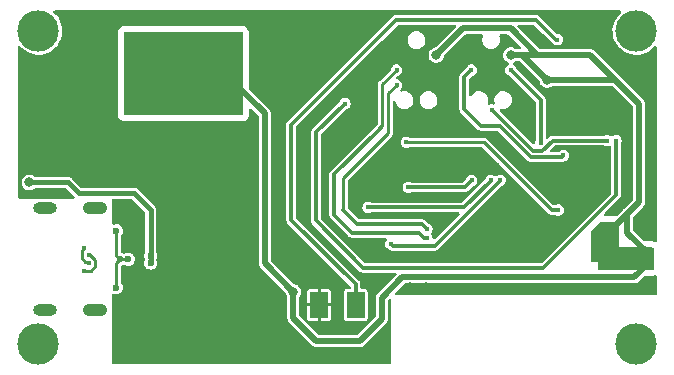
<source format=gbr>
%TF.GenerationSoftware,KiCad,Pcbnew,(6.0.0-0)*%
%TF.CreationDate,2022-04-04T00:22:25-07:00*%
%TF.ProjectId,aeroh_one,6165726f-685f-46f6-9e65-2e6b69636164,rev?*%
%TF.SameCoordinates,Original*%
%TF.FileFunction,Copper,L4,Bot*%
%TF.FilePolarity,Positive*%
%FSLAX46Y46*%
G04 Gerber Fmt 4.6, Leading zero omitted, Abs format (unit mm)*
G04 Created by KiCad (PCBNEW (6.0.0-0)) date 2022-04-04 00:22:25*
%MOMM*%
%LPD*%
G01*
G04 APERTURE LIST*
%TA.AperFunction,ComponentPad*%
%ADD10O,2.100000X1.050000*%
%TD*%
%TA.AperFunction,ComponentPad*%
%ADD11O,2.000000X1.000000*%
%TD*%
%TA.AperFunction,ComponentPad*%
%ADD12C,3.500000*%
%TD*%
%TA.AperFunction,SMDPad,CuDef*%
%ADD13R,1.500000X2.200000*%
%TD*%
%TA.AperFunction,ViaPad*%
%ADD14C,0.800000*%
%TD*%
%TA.AperFunction,ViaPad*%
%ADD15C,0.600000*%
%TD*%
%TA.AperFunction,ViaPad*%
%ADD16C,0.450000*%
%TD*%
%TA.AperFunction,Conductor*%
%ADD17C,0.250000*%
%TD*%
%TA.AperFunction,Conductor*%
%ADD18C,0.400000*%
%TD*%
%TA.AperFunction,Conductor*%
%ADD19C,0.500000*%
%TD*%
%TA.AperFunction,Conductor*%
%ADD20C,0.300000*%
%TD*%
G04 APERTURE END LIST*
D10*
%TO.P,J1,S1,SHELL_GND*%
%TO.N,unconnected-(J1-PadS1)*%
X132630000Y-121912156D03*
D11*
%TO.P,J1,S2,SHELL_GND*%
%TO.N,unconnected-(J1-PadS2)*%
X128450000Y-121912156D03*
%TO.P,J1,S3,SHELL_GND*%
%TO.N,unconnected-(J1-PadS3)*%
X128450000Y-130552156D03*
D10*
%TO.P,J1,S4,SHELL_GND*%
%TO.N,unconnected-(J1-PadS4)*%
X132630000Y-130552156D03*
%TD*%
D12*
%TO.P,REF\u002A\u002A,*%
%TO.N,*%
X178467000Y-133382000D03*
%TD*%
%TO.P,REF\u002A\u002A,*%
%TO.N,*%
X178467000Y-106902000D03*
%TD*%
%TO.P,REF\u002A\u002A,*%
%TO.N,*%
X127857000Y-106902000D03*
%TD*%
%TO.P,REF\u002A\u002A,*%
%TO.N,*%
X127857000Y-133382000D03*
%TD*%
D13*
%TO.P,D4,1,K*%
%TO.N,GND*%
X151612000Y-130102000D03*
%TO.P,D4,2,A*%
%TO.N,/IR_EMITTER_A*%
X154712000Y-130102000D03*
%TD*%
D14*
%TO.N,GND*%
X179354480Y-123956000D03*
X174900000Y-119665000D03*
X177669100Y-119176800D03*
D15*
X134460400Y-129432156D03*
X134460400Y-130090156D03*
X134460400Y-130725156D03*
X134460400Y-122343156D03*
X134460400Y-121708156D03*
D16*
X179514500Y-112505000D03*
D14*
X149512000Y-132922000D03*
D15*
X169626280Y-114980720D03*
X166753540Y-122689620D03*
D14*
X133082000Y-118472000D03*
X179354480Y-128310300D03*
X134082000Y-116472000D03*
D15*
X168722040Y-122687080D03*
D14*
X136012000Y-132922000D03*
X150233380Y-111712000D03*
X148282000Y-107062000D03*
X144132000Y-121085345D03*
X159272000Y-128615000D03*
X167852000Y-111492000D03*
X147282000Y-110062000D03*
X139750000Y-129732156D03*
X127082000Y-110521600D03*
X160655000Y-128615000D03*
X139750000Y-122712000D03*
X131392000Y-108682000D03*
D15*
X166745920Y-124640340D03*
D14*
X142132000Y-121085345D03*
X127142000Y-112821600D03*
X133082000Y-116472000D03*
X147282000Y-108062000D03*
X141132000Y-121085345D03*
X134082000Y-117472000D03*
X150302000Y-121892000D03*
X133105345Y-117482593D03*
X133902000Y-106472000D03*
D15*
X134460400Y-123032156D03*
D14*
X131392000Y-107782000D03*
X135012000Y-132922000D03*
X135012000Y-133922000D03*
X148282000Y-109062000D03*
D15*
X169626280Y-114320320D03*
D14*
X143132000Y-120085345D03*
X144132000Y-120085345D03*
X148522593Y-133898655D03*
X133082000Y-115472000D03*
D15*
X168719500Y-124620020D03*
D14*
X149512000Y-133922000D03*
X127116600Y-115121600D03*
X156083000Y-111712000D03*
X147282000Y-109062000D03*
D15*
X139705500Y-126232156D03*
D14*
X151612000Y-128352000D03*
D15*
X140340500Y-126232156D03*
D14*
X148258655Y-108051407D03*
X143142593Y-121062000D03*
X134082000Y-115472000D03*
X148512000Y-132922000D03*
X142132000Y-120085345D03*
X147282000Y-107062000D03*
X141132000Y-120085345D03*
X134082000Y-118472000D03*
X132192000Y-106482000D03*
X139750000Y-118571600D03*
X136012000Y-133922000D03*
X132142000Y-119721600D03*
X160692000Y-118702000D03*
X148282000Y-110062000D03*
X133052000Y-106472000D03*
D15*
%TO.N,VBUS*%
X134460400Y-128632156D03*
D14*
X127082000Y-119721600D03*
D15*
X135450000Y-126232156D03*
X137356000Y-126552156D03*
X134460400Y-123832156D03*
X137356000Y-125932156D03*
X134750000Y-126232156D03*
D14*
%TO.N,+3V3*%
X144082000Y-111962000D03*
X143082000Y-111962000D03*
X143082000Y-112962000D03*
X141082000Y-107962000D03*
X137082000Y-108962000D03*
X136082000Y-107962000D03*
X137082000Y-111962000D03*
D15*
X175609000Y-125000000D03*
D14*
X142082000Y-107962000D03*
X144058655Y-108951407D03*
X141082000Y-112962000D03*
X141082000Y-108962000D03*
X167852000Y-108952000D03*
X136082000Y-112962000D03*
X136082000Y-109962000D03*
D16*
X178712000Y-113105000D03*
D14*
X137082000Y-110962000D03*
X137082000Y-109962000D03*
X141082000Y-109962000D03*
X137082000Y-112962000D03*
X136082000Y-110962000D03*
X143082000Y-110962000D03*
X144082000Y-110962000D03*
X144082000Y-112962000D03*
X149442000Y-128992000D03*
X141082000Y-111962000D03*
X137082000Y-107962000D03*
X179451000Y-126619000D03*
X143082000Y-107962000D03*
X141082000Y-110962000D03*
X142082000Y-108962000D03*
X144082000Y-107962000D03*
X136082000Y-111962000D03*
D15*
X176712700Y-126235300D03*
D14*
X143082000Y-108962000D03*
X142082000Y-109962000D03*
X161542000Y-108952000D03*
X142082000Y-110962000D03*
X143082000Y-109962000D03*
X136082000Y-108962000D03*
X179451000Y-125730000D03*
X142082000Y-111962000D03*
X170942000Y-111062000D03*
X142082000Y-112962000D03*
X144082000Y-109962000D03*
D16*
%TO.N,EN*%
X159000000Y-116332000D03*
X171877000Y-122065000D03*
%TO.N,/IR_RECV_PIN*%
X153797000Y-113062000D03*
X176742000Y-116193980D03*
%TO.N,USB_N*%
X131750000Y-125257156D03*
X132100000Y-126582156D03*
%TO.N,USB_P*%
X132100000Y-125882156D03*
X131750000Y-127207156D03*
%TO.N,/nRESET*%
X166242000Y-113612000D03*
X175998000Y-116193980D03*
%TO.N,MOSI*%
X167852000Y-110222000D03*
X170402000Y-116382000D03*
%TO.N,SCK*%
X172307000Y-117442000D03*
X164512000Y-110222000D03*
%TO.N,TXD0*%
X158172000Y-110222000D03*
X160742000Y-124465000D03*
%TO.N,RXD0*%
X160742000Y-123665000D03*
X158172000Y-111492000D03*
%TO.N,BUTTON_IN*%
X166935000Y-119562000D03*
X157702000Y-124942000D03*
%TO.N,/IR_EMITTER_A*%
X171782000Y-107632000D03*
%TO.N,RGB_LED_DIN*%
X155762000Y-121842000D03*
X166135000Y-119562000D03*
%TO.N,IO8*%
X164535000Y-119562000D03*
X159162000Y-120142000D03*
%TD*%
D17*
%TO.N,GND*%
X151612000Y-130102000D02*
X151612000Y-128352000D01*
%TO.N,VBUS*%
X134460400Y-126521756D02*
X134750000Y-126232156D01*
D18*
X135962000Y-120652000D02*
X137356000Y-122046000D01*
X137356000Y-122046000D02*
X137356000Y-125932156D01*
X131282000Y-120652000D02*
X135962000Y-120652000D01*
X127082000Y-119721600D02*
X130351600Y-119721600D01*
X130351600Y-119721600D02*
X131282000Y-120652000D01*
D17*
X135450000Y-126232156D02*
X134750000Y-126232156D01*
X134460400Y-128632156D02*
X134460400Y-126521756D01*
D18*
X137356000Y-126552156D02*
X137356000Y-125932156D01*
D17*
X134460400Y-123832156D02*
X134460400Y-125942556D01*
X134460400Y-125942556D02*
X134750000Y-126232156D01*
D19*
%TO.N,+3V3*%
X176669000Y-111062000D02*
X178712000Y-113105000D01*
X177717700Y-123996700D02*
X177717700Y-122367700D01*
X167852000Y-108952000D02*
X168832000Y-108952000D01*
X167852000Y-108952000D02*
X170092000Y-108952000D01*
D18*
X144082000Y-111962000D02*
X144161511Y-112041511D01*
D19*
X161542000Y-108952000D02*
X163807021Y-106686979D01*
X170092000Y-108952000D02*
X174559000Y-108952000D01*
X178318511Y-127765489D02*
X179451000Y-126633000D01*
X151392000Y-133172000D02*
X155082000Y-133172000D01*
X163807021Y-106686979D02*
X167826979Y-106686979D01*
X156922000Y-129512000D02*
X158668511Y-127765489D01*
X147012000Y-126562000D02*
X147012000Y-113892000D01*
X167826979Y-106686979D02*
X170092000Y-108952000D01*
X147012000Y-113892000D02*
X144082000Y-110962000D01*
X175609000Y-125000000D02*
X175609000Y-124476400D01*
X149442000Y-131222000D02*
X151392000Y-133172000D01*
X156922000Y-131332000D02*
X156922000Y-129512000D01*
X176712700Y-126235300D02*
X176712700Y-123372700D01*
X155082000Y-133172000D02*
X156922000Y-131332000D01*
X149442000Y-128992000D02*
X149442000Y-131222000D01*
X170942000Y-111062000D02*
X176669000Y-111062000D01*
X179451000Y-126633000D02*
X179451000Y-126619000D01*
X168832000Y-108952000D02*
X170942000Y-111062000D01*
X177717700Y-122367700D02*
X176887700Y-123197700D01*
X174559000Y-108952000D02*
X178712000Y-113105000D01*
X176887700Y-123197700D02*
X176712700Y-123372700D01*
X158668511Y-127765489D02*
X178318511Y-127765489D01*
X178712000Y-113105000D02*
X178712000Y-121373400D01*
X149442000Y-128992000D02*
X147012000Y-126562000D01*
X178712000Y-121373400D02*
X177717700Y-122367700D01*
X175609000Y-124476400D02*
X176887700Y-123197700D01*
X179451000Y-126619000D02*
X179451000Y-125730000D01*
X179451000Y-125730000D02*
X177717700Y-123996700D01*
D20*
%TO.N,EN*%
X171877000Y-122065000D02*
X171305000Y-122065000D01*
X171305000Y-122065000D02*
X167172000Y-117932000D01*
D17*
X165572000Y-116332000D02*
X167172000Y-117932000D01*
X159000000Y-116332000D02*
X165572000Y-116332000D01*
D20*
%TO.N,/IR_RECV_PIN*%
X151342000Y-122952000D02*
X155352000Y-126962000D01*
X176742000Y-120822000D02*
X176742000Y-116193980D01*
X153782000Y-113062000D02*
X151342000Y-115502000D01*
X153797000Y-113062000D02*
X153782000Y-113062000D01*
X155352000Y-126962000D02*
X170602000Y-126962000D01*
X151342000Y-115502000D02*
X151342000Y-122952000D01*
X170602000Y-126962000D02*
X176742000Y-120822000D01*
D17*
%TO.N,USB_N*%
X131835999Y-126432157D02*
X131549999Y-126146157D01*
X132072401Y-126432157D02*
X131835999Y-126432157D01*
X132100000Y-126582156D02*
X132100000Y-126459756D01*
X132100000Y-126459756D02*
X132072401Y-126432157D01*
X131549999Y-126146157D02*
X131549999Y-125457157D01*
X131549999Y-125457157D02*
X131750000Y-125257156D01*
%TO.N,USB_P*%
X132214002Y-125882156D02*
X132100000Y-125882156D01*
X132650001Y-126318155D02*
X132214002Y-125882156D01*
X132650001Y-126846157D02*
X132650001Y-126318155D01*
X132289002Y-127207156D02*
X132650001Y-126846157D01*
X131750000Y-127207156D02*
X132289002Y-127207156D01*
D20*
%TO.N,/nRESET*%
X166278428Y-113612000D02*
X169748428Y-117082000D01*
X169748428Y-117082000D02*
X170514482Y-117082000D01*
X166242000Y-113612000D02*
X166278428Y-113612000D01*
X175998000Y-116193980D02*
X171402502Y-116193980D01*
X171402502Y-116193980D02*
X170514482Y-117082000D01*
%TO.N,MOSI*%
X170402000Y-112772000D02*
X167852000Y-110222000D01*
X170402000Y-116382000D02*
X170402000Y-112772000D01*
%TO.N,SCK*%
X163892000Y-110812000D02*
X163892000Y-113482000D01*
X172167480Y-117581520D02*
X172307000Y-117442000D01*
X169541521Y-117581520D02*
X172167480Y-117581520D01*
X166912000Y-114952000D02*
X169541521Y-117581520D01*
X165362000Y-114952000D02*
X166912000Y-114952000D01*
X163892000Y-113482000D02*
X165362000Y-114952000D01*
X164482000Y-110222000D02*
X163892000Y-110812000D01*
X164512000Y-110222000D02*
X164482000Y-110222000D01*
%TO.N,TXD0*%
X152892000Y-122482000D02*
X152892000Y-119052000D01*
X160515000Y-124465000D02*
X160052000Y-124002000D01*
X154412000Y-124002000D02*
X152892000Y-122482000D01*
X152892000Y-119052000D02*
X156682000Y-115262000D01*
D17*
X156982000Y-111412000D02*
X156982000Y-114962000D01*
X158172000Y-110222000D02*
X156982000Y-111412000D01*
D20*
X156682000Y-115262000D02*
X156982000Y-114962000D01*
X160052000Y-124002000D02*
X154412000Y-124002000D01*
X160742000Y-124465000D02*
X160515000Y-124465000D01*
%TO.N,RXD0*%
X160329000Y-123252000D02*
X160742000Y-123665000D01*
X154852000Y-123252000D02*
X160329000Y-123252000D01*
D17*
X157482000Y-115562000D02*
X153652000Y-119392000D01*
X158172000Y-111492000D02*
X157482000Y-112182000D01*
X153652000Y-119392000D02*
X153652000Y-122052000D01*
D20*
X153652000Y-122052000D02*
X154852000Y-123252000D01*
D17*
X157482000Y-112182000D02*
X157482000Y-115562000D01*
D20*
%TO.N,BUTTON_IN*%
X161397482Y-125112000D02*
X157872000Y-125112000D01*
X166935000Y-119574482D02*
X161397482Y-125112000D01*
X166935000Y-119562000D02*
X166935000Y-119574482D01*
X157872000Y-125112000D02*
X157702000Y-124942000D01*
%TO.N,/IR_EMITTER_A*%
X158132000Y-105962000D02*
X169982000Y-105962000D01*
X149232000Y-114862000D02*
X158132000Y-105962000D01*
X169982000Y-105962000D02*
X171652000Y-107632000D01*
X171652000Y-107632000D02*
X171782000Y-107632000D01*
X154712000Y-130102000D02*
X154712000Y-128352000D01*
X154712000Y-128352000D02*
X149232000Y-122872000D01*
X149232000Y-122872000D02*
X149232000Y-114862000D01*
%TO.N,RGB_LED_DIN*%
X163867482Y-121842000D02*
X166135000Y-119574482D01*
X166135000Y-119574482D02*
X166135000Y-119562000D01*
X163867482Y-121842000D02*
X155762000Y-121842000D01*
%TO.N,IO8*%
X163955000Y-120142000D02*
X164535000Y-119562000D01*
X163955000Y-120142000D02*
X159162000Y-120142000D01*
%TD*%
%TA.AperFunction,Conductor*%
%TO.N,+3V3*%
G36*
X176599121Y-123083002D02*
G01*
X176645614Y-123136658D01*
X176657000Y-123189000D01*
X176657000Y-125222000D01*
X179833000Y-125222000D01*
X179901121Y-125242002D01*
X179947614Y-125295658D01*
X179959000Y-125348000D01*
X179959000Y-127001000D01*
X179938998Y-127069121D01*
X179885342Y-127115614D01*
X179833000Y-127127000D01*
X175386000Y-127127000D01*
X175317879Y-127106998D01*
X175271386Y-127053342D01*
X175260000Y-127001000D01*
X175260000Y-126492000D01*
X174751000Y-126492000D01*
X174682879Y-126471998D01*
X174636386Y-126418342D01*
X174625000Y-126366000D01*
X174625000Y-123922449D01*
X174645002Y-123854328D01*
X174661905Y-123833354D01*
X175395354Y-123099905D01*
X175457666Y-123065879D01*
X175484449Y-123063000D01*
X176531000Y-123063000D01*
X176599121Y-123083002D01*
G37*
%TD.AperFunction*%
%TD*%
%TA.AperFunction,Conductor*%
%TO.N,+3V3*%
G36*
X145124121Y-106982002D02*
G01*
X145170614Y-107035658D01*
X145182000Y-107088000D01*
X145182000Y-113936000D01*
X145161998Y-114004121D01*
X145108342Y-114050614D01*
X145056000Y-114062000D01*
X135208000Y-114062000D01*
X135139879Y-114041998D01*
X135093386Y-113988342D01*
X135082000Y-113936000D01*
X135082000Y-107088000D01*
X135102002Y-107019879D01*
X135155658Y-106973386D01*
X135208000Y-106962000D01*
X145056000Y-106962000D01*
X145124121Y-106982002D01*
G37*
%TD.AperFunction*%
%TD*%
%TA.AperFunction,Conductor*%
%TO.N,GND*%
G36*
X177146614Y-105176002D02*
G01*
X177193107Y-105229658D01*
X177203211Y-105299932D01*
X177173717Y-105364512D01*
X177165469Y-105373166D01*
X176980623Y-105549501D01*
X176977867Y-105552997D01*
X176977866Y-105552998D01*
X176884445Y-105671501D01*
X176804882Y-105772426D01*
X176802645Y-105776278D01*
X176664540Y-106014042D01*
X176664537Y-106014048D01*
X176662306Y-106017889D01*
X176660636Y-106022012D01*
X176557411Y-106276861D01*
X176557408Y-106276869D01*
X176555738Y-106280993D01*
X176487305Y-106556488D01*
X176458372Y-106838876D01*
X176460852Y-106902000D01*
X176468738Y-107102709D01*
X176469516Y-107122524D01*
X176520516Y-107401772D01*
X176610353Y-107671048D01*
X176636230Y-107722835D01*
X176722355Y-107895198D01*
X176737236Y-107924980D01*
X176898631Y-108158500D01*
X176938587Y-108201724D01*
X177082290Y-108357181D01*
X177091320Y-108366950D01*
X177094774Y-108369762D01*
X177308001Y-108543356D01*
X177308005Y-108543359D01*
X177311458Y-108546170D01*
X177554652Y-108692585D01*
X177558747Y-108694319D01*
X177558749Y-108694320D01*
X177741820Y-108771840D01*
X177816049Y-108803272D01*
X177820342Y-108804410D01*
X177820347Y-108804412D01*
X177963898Y-108842473D01*
X178090435Y-108876024D01*
X178372334Y-108909389D01*
X178656122Y-108902701D01*
X178660517Y-108901969D01*
X178660522Y-108901969D01*
X178931734Y-108856827D01*
X178931738Y-108856826D01*
X178936136Y-108856094D01*
X179173716Y-108780957D01*
X179202544Y-108771840D01*
X179202546Y-108771839D01*
X179206790Y-108770497D01*
X179210801Y-108768571D01*
X179210806Y-108768569D01*
X179458665Y-108649549D01*
X179458666Y-108649548D01*
X179462684Y-108647619D01*
X179618724Y-108543356D01*
X179695002Y-108492389D01*
X179695006Y-108492386D01*
X179698710Y-108489911D01*
X179702027Y-108486940D01*
X179702031Y-108486937D01*
X179906845Y-108303490D01*
X179910161Y-108300520D01*
X179913024Y-108297114D01*
X179913031Y-108297107D01*
X179990549Y-108204888D01*
X180049693Y-108165613D01*
X180120682Y-108164548D01*
X180180977Y-108202032D01*
X180211435Y-108266163D01*
X180213000Y-108285963D01*
X180213000Y-124636391D01*
X180192998Y-124704512D01*
X180139342Y-124751005D01*
X180069068Y-124761109D01*
X180045201Y-124755018D01*
X180044240Y-124754579D01*
X180039922Y-124753311D01*
X179980442Y-124735846D01*
X179980438Y-124735845D01*
X179976119Y-124734577D01*
X179971671Y-124733937D01*
X179971664Y-124733936D01*
X179837448Y-124714639D01*
X179837441Y-124714638D01*
X179833000Y-124714000D01*
X179200661Y-124714000D01*
X179132540Y-124693998D01*
X179111566Y-124677095D01*
X178259105Y-123824634D01*
X178225079Y-123762322D01*
X178222200Y-123735539D01*
X178222200Y-122628862D01*
X178242202Y-122560741D01*
X178259104Y-122539767D01*
X179018794Y-121780076D01*
X179028235Y-121772533D01*
X179027912Y-121772154D01*
X179034745Y-121766338D01*
X179042339Y-121761547D01*
X179048283Y-121754817D01*
X179048285Y-121754815D01*
X179077678Y-121721534D01*
X179083024Y-121715846D01*
X179094351Y-121704519D01*
X179097038Y-121700934D01*
X179100550Y-121696248D01*
X179106937Y-121688403D01*
X179132057Y-121659960D01*
X179138001Y-121653230D01*
X179141816Y-121645103D01*
X179143669Y-121642283D01*
X179152067Y-121628306D01*
X179153686Y-121625349D01*
X179159071Y-121618164D01*
X179170206Y-121588463D01*
X179175551Y-121574207D01*
X179179476Y-121564891D01*
X179195602Y-121530543D01*
X179199417Y-121522418D01*
X179200798Y-121513546D01*
X179201786Y-121510316D01*
X179205924Y-121494545D01*
X179206647Y-121491256D01*
X179209799Y-121482848D01*
X179212470Y-121446903D01*
X179213277Y-121436041D01*
X179214431Y-121425993D01*
X179215750Y-121417520D01*
X179215750Y-121417519D01*
X179216500Y-121412703D01*
X179216500Y-121397351D01*
X179216846Y-121388014D01*
X179219843Y-121347681D01*
X179220508Y-121338733D01*
X179218634Y-121329956D01*
X179218042Y-121321267D01*
X179216500Y-121306658D01*
X179216500Y-113175624D01*
X179217841Y-113163619D01*
X179217345Y-113163579D01*
X179218065Y-113154632D01*
X179220046Y-113145876D01*
X179216742Y-113092619D01*
X179216500Y-113084817D01*
X179216500Y-113068774D01*
X179215035Y-113058543D01*
X179214003Y-113048477D01*
X179211654Y-113010600D01*
X179211654Y-113010598D01*
X179211098Y-113001641D01*
X179208051Y-112993201D01*
X179207370Y-112989911D01*
X179203420Y-112974069D01*
X179202473Y-112970832D01*
X179201201Y-112961948D01*
X179197488Y-112953781D01*
X179197485Y-112953772D01*
X179181775Y-112919221D01*
X179177961Y-112909852D01*
X179172859Y-112895718D01*
X179162028Y-112865716D01*
X179156731Y-112858466D01*
X179155154Y-112855499D01*
X179146907Y-112841386D01*
X179145102Y-112838563D01*
X179141388Y-112830395D01*
X179110753Y-112794842D01*
X179104475Y-112786936D01*
X179096527Y-112776056D01*
X179085665Y-112765194D01*
X179079307Y-112758347D01*
X179052915Y-112727718D01*
X179047056Y-112720918D01*
X179039521Y-112716034D01*
X179032949Y-112710301D01*
X179021545Y-112701074D01*
X177075677Y-110755206D01*
X177068135Y-110745766D01*
X177067755Y-110746089D01*
X177061937Y-110739253D01*
X177057147Y-110731661D01*
X177017140Y-110696328D01*
X177011454Y-110690983D01*
X174965677Y-108645206D01*
X174958135Y-108635766D01*
X174957755Y-108636089D01*
X174951937Y-108629253D01*
X174947147Y-108621661D01*
X174907140Y-108586328D01*
X174901454Y-108580983D01*
X174890120Y-108569649D01*
X174881845Y-108563447D01*
X174874000Y-108557060D01*
X174845557Y-108531940D01*
X174838830Y-108525999D01*
X174830708Y-108522186D01*
X174827907Y-108520346D01*
X174813912Y-108511937D01*
X174810949Y-108510315D01*
X174803764Y-108504930D01*
X174795354Y-108501777D01*
X174795352Y-108501776D01*
X174759818Y-108488454D01*
X174750502Y-108484529D01*
X174708018Y-108464583D01*
X174699144Y-108463201D01*
X174695917Y-108462215D01*
X174680134Y-108458075D01*
X174676856Y-108457354D01*
X174668448Y-108454202D01*
X174654691Y-108453180D01*
X174621643Y-108450724D01*
X174611596Y-108449570D01*
X174603114Y-108448249D01*
X174603111Y-108448249D01*
X174598303Y-108447500D01*
X174582938Y-108447500D01*
X174573601Y-108447154D01*
X174557519Y-108445959D01*
X174524333Y-108443493D01*
X174515558Y-108445366D01*
X174506862Y-108445959D01*
X174492262Y-108447500D01*
X170353160Y-108447500D01*
X170285039Y-108427498D01*
X170264065Y-108410595D01*
X168435066Y-106581595D01*
X168401040Y-106519283D01*
X168406105Y-106448467D01*
X168448652Y-106391632D01*
X168515172Y-106366821D01*
X168524161Y-106366500D01*
X169762260Y-106366500D01*
X169830381Y-106386502D01*
X169851355Y-106403405D01*
X170600173Y-107152222D01*
X171411277Y-107963326D01*
X171431156Y-107973455D01*
X171448017Y-107983788D01*
X171456342Y-107989837D01*
X171454707Y-107992087D01*
X171458540Y-107993989D01*
X171459111Y-107993132D01*
X171465845Y-107997615D01*
X171465848Y-107997616D01*
X171466582Y-107998105D01*
X171466583Y-107998106D01*
X171553743Y-108056124D01*
X171573447Y-108069240D01*
X171704549Y-108110199D01*
X171841876Y-108112716D01*
X171851109Y-108110199D01*
X171965727Y-108078951D01*
X171974391Y-108076589D01*
X172091439Y-108004721D01*
X172102875Y-107992087D01*
X172177584Y-107909550D01*
X172177585Y-107909549D01*
X172183612Y-107902890D01*
X172188653Y-107892487D01*
X172239585Y-107787362D01*
X172239585Y-107787361D01*
X172243499Y-107779283D01*
X172266286Y-107643836D01*
X172266431Y-107632000D01*
X172259376Y-107582734D01*
X172248232Y-107504923D01*
X172248232Y-107504921D01*
X172246959Y-107496036D01*
X172190110Y-107371003D01*
X172100453Y-107266951D01*
X171985196Y-107192244D01*
X171853603Y-107152890D01*
X171844627Y-107152835D01*
X171844626Y-107152835D01*
X171796009Y-107152538D01*
X171728012Y-107132120D01*
X171707684Y-107115635D01*
X170994050Y-106402000D01*
X170245515Y-105653465D01*
X170245511Y-105653462D01*
X170222723Y-105630674D01*
X170202844Y-105620545D01*
X170185989Y-105610216D01*
X170175953Y-105602925D01*
X170167929Y-105597095D01*
X170146704Y-105590199D01*
X170128438Y-105582633D01*
X170108555Y-105572502D01*
X170086513Y-105569011D01*
X170067287Y-105564395D01*
X170055500Y-105560565D01*
X170055498Y-105560565D01*
X170046066Y-105557500D01*
X158067934Y-105557500D01*
X158058502Y-105560565D01*
X158058500Y-105560565D01*
X158046713Y-105564395D01*
X158027487Y-105569011D01*
X158005445Y-105572502D01*
X157985562Y-105582633D01*
X157967296Y-105590199D01*
X157946071Y-105597095D01*
X157928013Y-105610216D01*
X157911160Y-105620543D01*
X157891277Y-105630674D01*
X157868486Y-105653465D01*
X148923465Y-114598485D01*
X148923462Y-114598489D01*
X148900674Y-114621277D01*
X148896171Y-114630115D01*
X148890546Y-114641154D01*
X148880216Y-114658011D01*
X148867095Y-114676071D01*
X148864030Y-114685504D01*
X148860199Y-114697295D01*
X148852634Y-114715561D01*
X148842502Y-114735445D01*
X148840951Y-114745238D01*
X148839011Y-114757487D01*
X148834395Y-114776713D01*
X148831579Y-114785381D01*
X148827500Y-114797934D01*
X148827500Y-122936066D01*
X148830565Y-122945498D01*
X148830565Y-122945500D01*
X148834395Y-122957287D01*
X148839011Y-122976513D01*
X148842502Y-122998555D01*
X148847003Y-123007388D01*
X148852633Y-123018438D01*
X148860199Y-123036704D01*
X148867095Y-123057929D01*
X148872925Y-123065953D01*
X148880216Y-123075989D01*
X148890545Y-123092844D01*
X148900674Y-123112723D01*
X148923462Y-123135511D01*
X148923465Y-123135515D01*
X154270595Y-128482645D01*
X154304621Y-128544957D01*
X154307500Y-128571740D01*
X154307500Y-128621501D01*
X154287498Y-128689622D01*
X154233842Y-128736115D01*
X154181500Y-128747501D01*
X153936934Y-128747501D01*
X153901182Y-128754612D01*
X153874874Y-128759844D01*
X153874872Y-128759845D01*
X153862699Y-128762266D01*
X153852379Y-128769161D01*
X153852378Y-128769162D01*
X153840783Y-128776910D01*
X153778516Y-128818516D01*
X153722266Y-128902699D01*
X153707500Y-128976933D01*
X153707501Y-131227066D01*
X153713699Y-131258226D01*
X153719806Y-131288931D01*
X153722266Y-131301301D01*
X153729161Y-131311620D01*
X153729162Y-131311622D01*
X153752535Y-131346601D01*
X153778516Y-131385484D01*
X153862699Y-131441734D01*
X153936933Y-131456500D01*
X154711874Y-131456500D01*
X155487066Y-131456499D01*
X155522818Y-131449388D01*
X155549126Y-131444156D01*
X155549128Y-131444155D01*
X155561301Y-131441734D01*
X155571621Y-131434839D01*
X155571622Y-131434838D01*
X155635168Y-131392377D01*
X155645484Y-131385484D01*
X155701734Y-131301301D01*
X155716500Y-131227067D01*
X155716499Y-128976934D01*
X155704847Y-128918349D01*
X155704156Y-128914874D01*
X155704155Y-128914872D01*
X155701734Y-128902699D01*
X155645484Y-128818516D01*
X155561301Y-128762266D01*
X155487067Y-128747500D01*
X155242500Y-128747500D01*
X155174379Y-128727498D01*
X155127886Y-128673842D01*
X155116500Y-128621500D01*
X155116500Y-128320166D01*
X155116499Y-128320160D01*
X155116499Y-128287934D01*
X155110747Y-128270231D01*
X155109606Y-128266718D01*
X155104990Y-128247493D01*
X155104907Y-128246969D01*
X155101498Y-128225445D01*
X155091366Y-128205560D01*
X155083801Y-128187296D01*
X155079969Y-128175503D01*
X155079968Y-128175500D01*
X155076904Y-128166071D01*
X155063787Y-128148017D01*
X155053457Y-128131160D01*
X155052458Y-128129200D01*
X155043326Y-128111277D01*
X155020538Y-128088489D01*
X155020535Y-128088485D01*
X149673405Y-122741355D01*
X149639379Y-122679043D01*
X149636500Y-122652260D01*
X149636500Y-115081740D01*
X149656502Y-115013619D01*
X149673405Y-114992645D01*
X156943214Y-107722835D01*
X159107999Y-107722835D01*
X159109239Y-107730051D01*
X159109239Y-107730053D01*
X159122704Y-107808413D01*
X159137616Y-107895198D01*
X159206091Y-108056124D01*
X159309750Y-108196981D01*
X159443034Y-108310214D01*
X159598791Y-108389747D01*
X159605897Y-108391486D01*
X159605900Y-108391487D01*
X159669514Y-108407053D01*
X159768668Y-108431316D01*
X159774265Y-108431663D01*
X159774270Y-108431664D01*
X159777753Y-108431880D01*
X159777766Y-108431880D01*
X159779694Y-108432000D01*
X159905795Y-108432000D01*
X159999598Y-108421063D01*
X160028440Y-108417701D01*
X160028441Y-108417701D01*
X160035712Y-108416853D01*
X160042590Y-108414357D01*
X160042592Y-108414356D01*
X160193227Y-108359678D01*
X160200106Y-108357181D01*
X160346362Y-108261291D01*
X160466637Y-108134326D01*
X160554478Y-107983098D01*
X160605172Y-107815718D01*
X160616001Y-107641165D01*
X160606663Y-107586816D01*
X160587624Y-107476017D01*
X160587623Y-107476015D01*
X160586384Y-107468802D01*
X160517909Y-107307876D01*
X160414250Y-107167019D01*
X160280966Y-107053786D01*
X160125209Y-106974253D01*
X160118103Y-106972514D01*
X160118100Y-106972513D01*
X160024641Y-106949644D01*
X159955332Y-106932684D01*
X159949735Y-106932337D01*
X159949730Y-106932336D01*
X159946247Y-106932120D01*
X159946234Y-106932120D01*
X159944306Y-106932000D01*
X159818205Y-106932000D01*
X159724402Y-106942937D01*
X159695560Y-106946299D01*
X159695559Y-106946299D01*
X159688288Y-106947147D01*
X159681410Y-106949643D01*
X159681408Y-106949644D01*
X159597724Y-106980020D01*
X159523894Y-107006819D01*
X159377638Y-107102709D01*
X159257363Y-107229674D01*
X159169522Y-107380902D01*
X159118828Y-107548282D01*
X159107999Y-107722835D01*
X156943214Y-107722835D01*
X158262644Y-106403405D01*
X158324956Y-106369379D01*
X158351739Y-106366500D01*
X163109840Y-106366500D01*
X163177961Y-106386502D01*
X163224454Y-106440158D01*
X163234558Y-106510432D01*
X163205064Y-106575012D01*
X163198936Y-106581593D01*
X161514044Y-108266485D01*
X161454363Y-108299909D01*
X161431178Y-108305475D01*
X161319563Y-108332271D01*
X161319560Y-108332272D01*
X161312184Y-108334043D01*
X161171414Y-108406700D01*
X161052039Y-108510838D01*
X160960950Y-108640444D01*
X160958190Y-108647524D01*
X160910245Y-108770497D01*
X160903406Y-108788037D01*
X160902414Y-108795570D01*
X160902414Y-108795571D01*
X160887430Y-108909389D01*
X160882729Y-108945096D01*
X160900113Y-109102553D01*
X160902723Y-109109684D01*
X160902723Y-109109686D01*
X160910045Y-109129693D01*
X160954553Y-109251319D01*
X161042908Y-109382805D01*
X161048527Y-109387918D01*
X161048528Y-109387919D01*
X161059903Y-109398269D01*
X161160076Y-109489419D01*
X161299293Y-109565008D01*
X161452522Y-109605207D01*
X161536477Y-109606526D01*
X161603319Y-109607576D01*
X161603322Y-109607576D01*
X161610916Y-109607695D01*
X161765332Y-109572329D01*
X161835742Y-109536917D01*
X161900072Y-109504563D01*
X161900075Y-109504561D01*
X161906855Y-109501151D01*
X161912626Y-109496222D01*
X161912629Y-109496220D01*
X162021536Y-109403204D01*
X162021536Y-109403203D01*
X162027314Y-109398269D01*
X162119755Y-109269624D01*
X162178842Y-109122641D01*
X162188518Y-109054647D01*
X162217918Y-108990025D01*
X162224166Y-108983305D01*
X163979087Y-107228384D01*
X164041399Y-107194358D01*
X164068182Y-107191479D01*
X165390648Y-107191479D01*
X165458769Y-107211481D01*
X165505262Y-107265137D01*
X165515366Y-107335411D01*
X165504318Y-107367077D01*
X165506117Y-107367859D01*
X165503196Y-107374577D01*
X165499522Y-107380902D01*
X165448828Y-107548282D01*
X165437999Y-107722835D01*
X165439239Y-107730051D01*
X165439239Y-107730053D01*
X165452704Y-107808413D01*
X165467616Y-107895198D01*
X165536091Y-108056124D01*
X165639750Y-108196981D01*
X165773034Y-108310214D01*
X165928791Y-108389747D01*
X165935897Y-108391486D01*
X165935900Y-108391487D01*
X165999514Y-108407053D01*
X166098668Y-108431316D01*
X166104265Y-108431663D01*
X166104270Y-108431664D01*
X166107753Y-108431880D01*
X166107766Y-108431880D01*
X166109694Y-108432000D01*
X166235795Y-108432000D01*
X166329598Y-108421063D01*
X166358440Y-108417701D01*
X166358441Y-108417701D01*
X166365712Y-108416853D01*
X166372590Y-108414357D01*
X166372592Y-108414356D01*
X166523227Y-108359678D01*
X166530106Y-108357181D01*
X166676362Y-108261291D01*
X166796637Y-108134326D01*
X166884478Y-107983098D01*
X166935172Y-107815718D01*
X166946001Y-107641165D01*
X166936663Y-107586816D01*
X166917624Y-107476017D01*
X166917623Y-107476015D01*
X166916384Y-107468802D01*
X166873432Y-107367859D01*
X166872987Y-107366812D01*
X166864721Y-107296298D01*
X166895890Y-107232509D01*
X166956597Y-107195698D01*
X166988928Y-107191479D01*
X167565818Y-107191479D01*
X167633939Y-107211481D01*
X167654913Y-107228384D01*
X168658934Y-108232405D01*
X168692960Y-108294717D01*
X168687895Y-108365532D01*
X168645348Y-108422368D01*
X168578828Y-108447179D01*
X168569839Y-108447500D01*
X168317667Y-108447500D01*
X168249546Y-108427498D01*
X168234143Y-108415802D01*
X168233954Y-108415670D01*
X168228275Y-108410611D01*
X168088274Y-108336484D01*
X167934633Y-108297892D01*
X167927034Y-108297852D01*
X167927033Y-108297852D01*
X167861181Y-108297507D01*
X167776221Y-108297062D01*
X167768841Y-108298834D01*
X167768839Y-108298834D01*
X167629563Y-108332271D01*
X167629560Y-108332272D01*
X167622184Y-108334043D01*
X167481414Y-108406700D01*
X167362039Y-108510838D01*
X167270950Y-108640444D01*
X167268190Y-108647524D01*
X167220245Y-108770497D01*
X167213406Y-108788037D01*
X167212414Y-108795570D01*
X167212414Y-108795571D01*
X167197430Y-108909389D01*
X167192729Y-108945096D01*
X167210113Y-109102553D01*
X167212723Y-109109684D01*
X167212723Y-109109686D01*
X167220045Y-109129693D01*
X167264553Y-109251319D01*
X167352908Y-109382805D01*
X167358527Y-109387918D01*
X167358528Y-109387919D01*
X167369903Y-109398269D01*
X167470076Y-109489419D01*
X167609293Y-109565008D01*
X167616410Y-109566875D01*
X167672305Y-109610488D01*
X167695781Y-109677492D01*
X167679305Y-109746550D01*
X167637183Y-109790527D01*
X167538031Y-109853087D01*
X167447109Y-109956036D01*
X167388736Y-110080366D01*
X167379027Y-110142724D01*
X167368986Y-110207209D01*
X167368986Y-110207213D01*
X167367605Y-110216082D01*
X167368769Y-110224984D01*
X167368769Y-110224987D01*
X167370554Y-110238633D01*
X167385414Y-110352273D01*
X167440732Y-110477992D01*
X167446510Y-110484865D01*
X167446510Y-110484866D01*
X167507295Y-110557179D01*
X167529111Y-110583132D01*
X167643447Y-110659240D01*
X167699052Y-110676612D01*
X167721102Y-110683501D01*
X167772623Y-110714673D01*
X169960595Y-112902644D01*
X169994620Y-112964956D01*
X169997500Y-112991739D01*
X169997500Y-116087096D01*
X169985555Y-116140645D01*
X169938736Y-116240366D01*
X169937356Y-116249232D01*
X169918986Y-116367209D01*
X169918986Y-116367213D01*
X169917605Y-116376082D01*
X169918131Y-116380105D01*
X169898026Y-116445608D01*
X169843807Y-116491443D01*
X169773415Y-116500688D01*
X169709199Y-116470409D01*
X169703772Y-116465294D01*
X166950151Y-113711673D01*
X166916125Y-113649361D01*
X166921190Y-113578546D01*
X166963737Y-113521710D01*
X167030257Y-113496899D01*
X167069194Y-113500189D01*
X167109215Y-113509982D01*
X167109219Y-113509983D01*
X167114668Y-113511316D01*
X167120265Y-113511663D01*
X167120270Y-113511664D01*
X167123753Y-113511880D01*
X167123766Y-113511880D01*
X167125694Y-113512000D01*
X167251795Y-113512000D01*
X167353099Y-113500189D01*
X167374440Y-113497701D01*
X167374441Y-113497701D01*
X167381712Y-113496853D01*
X167388590Y-113494357D01*
X167388592Y-113494356D01*
X167539227Y-113439678D01*
X167546106Y-113437181D01*
X167692362Y-113341291D01*
X167812637Y-113214326D01*
X167900478Y-113063098D01*
X167951172Y-112895718D01*
X167962001Y-112721165D01*
X167960135Y-112710301D01*
X167933624Y-112556017D01*
X167933623Y-112556015D01*
X167932384Y-112548802D01*
X167863909Y-112387876D01*
X167760250Y-112247019D01*
X167626966Y-112133786D01*
X167471209Y-112054253D01*
X167464103Y-112052514D01*
X167464100Y-112052513D01*
X167370641Y-112029644D01*
X167301332Y-112012684D01*
X167295735Y-112012337D01*
X167295730Y-112012336D01*
X167292247Y-112012120D01*
X167292234Y-112012120D01*
X167290306Y-112012000D01*
X167164205Y-112012000D01*
X167070402Y-112022937D01*
X167041560Y-112026299D01*
X167041559Y-112026299D01*
X167034288Y-112027147D01*
X167027410Y-112029643D01*
X167027408Y-112029644D01*
X166876773Y-112084322D01*
X166869894Y-112086819D01*
X166723638Y-112182709D01*
X166603363Y-112309674D01*
X166515522Y-112460902D01*
X166464828Y-112628282D01*
X166453999Y-112802835D01*
X166455239Y-112810051D01*
X166455239Y-112810053D01*
X166479934Y-112953772D01*
X166483616Y-112975198D01*
X166486295Y-112981494D01*
X166486339Y-113052297D01*
X166447992Y-113112047D01*
X166383429Y-113141580D01*
X166329319Y-113137590D01*
X166327065Y-113136916D01*
X166313603Y-113132890D01*
X166304627Y-113132835D01*
X166304626Y-113132835D01*
X166247080Y-113132484D01*
X166176255Y-113132051D01*
X166044192Y-113169795D01*
X166043635Y-113167846D01*
X165984819Y-113175839D01*
X165920468Y-113145847D01*
X165882548Y-113085826D01*
X165883124Y-113014741D01*
X165901589Y-112953772D01*
X165919172Y-112895718D01*
X165930001Y-112721165D01*
X165928135Y-112710301D01*
X165901624Y-112556017D01*
X165901623Y-112556015D01*
X165900384Y-112548802D01*
X165831909Y-112387876D01*
X165728250Y-112247019D01*
X165594966Y-112133786D01*
X165439209Y-112054253D01*
X165432103Y-112052514D01*
X165432100Y-112052513D01*
X165338641Y-112029644D01*
X165269332Y-112012684D01*
X165263735Y-112012337D01*
X165263730Y-112012336D01*
X165260247Y-112012120D01*
X165260234Y-112012120D01*
X165258306Y-112012000D01*
X165132205Y-112012000D01*
X165038402Y-112022937D01*
X165009560Y-112026299D01*
X165009559Y-112026299D01*
X165002288Y-112027147D01*
X164995410Y-112029643D01*
X164995408Y-112029644D01*
X164844773Y-112084322D01*
X164837894Y-112086819D01*
X164691638Y-112182709D01*
X164571363Y-112309674D01*
X164544458Y-112355994D01*
X164531454Y-112378382D01*
X164479943Y-112427240D01*
X164410194Y-112440494D01*
X164344353Y-112413934D01*
X164303322Y-112355994D01*
X164296500Y-112315096D01*
X164296500Y-111031740D01*
X164316502Y-110963619D01*
X164333405Y-110942645D01*
X164550214Y-110725836D01*
X164606167Y-110693368D01*
X164695732Y-110668950D01*
X164695734Y-110668949D01*
X164704391Y-110666589D01*
X164821439Y-110594721D01*
X164838153Y-110576256D01*
X164907584Y-110499550D01*
X164907585Y-110499549D01*
X164913612Y-110492890D01*
X164936096Y-110446484D01*
X164969585Y-110377362D01*
X164969585Y-110377361D01*
X164973499Y-110369283D01*
X164996286Y-110233836D01*
X164996431Y-110222000D01*
X164995584Y-110216082D01*
X164978232Y-110094923D01*
X164978232Y-110094921D01*
X164976959Y-110086036D01*
X164920110Y-109961003D01*
X164830453Y-109856951D01*
X164715196Y-109782244D01*
X164583603Y-109742890D01*
X164574627Y-109742835D01*
X164574626Y-109742835D01*
X164517080Y-109742484D01*
X164446255Y-109742051D01*
X164314192Y-109779795D01*
X164306605Y-109784582D01*
X164306603Y-109784583D01*
X164244850Y-109823546D01*
X164198031Y-109853087D01*
X164107109Y-109956036D01*
X164103295Y-109964159D01*
X164103294Y-109964161D01*
X164055584Y-110065780D01*
X164030624Y-110101326D01*
X163583465Y-110548485D01*
X163583462Y-110548489D01*
X163560674Y-110571277D01*
X163550546Y-110591154D01*
X163540216Y-110608011D01*
X163527095Y-110626071D01*
X163524030Y-110635504D01*
X163520199Y-110647295D01*
X163512634Y-110665561D01*
X163502502Y-110685445D01*
X163500951Y-110695238D01*
X163499011Y-110707487D01*
X163494395Y-110726713D01*
X163487500Y-110747934D01*
X163487500Y-113546066D01*
X163490565Y-113555498D01*
X163490565Y-113555500D01*
X163494395Y-113567287D01*
X163499011Y-113586513D01*
X163502502Y-113608555D01*
X163512633Y-113628438D01*
X163520199Y-113646704D01*
X163527095Y-113667929D01*
X163532925Y-113675953D01*
X163540216Y-113685989D01*
X163550545Y-113702844D01*
X163560674Y-113722723D01*
X163583462Y-113745511D01*
X163583465Y-113745515D01*
X165098485Y-115260535D01*
X165098489Y-115260538D01*
X165121277Y-115283326D01*
X165141154Y-115293454D01*
X165158011Y-115303784D01*
X165176071Y-115316905D01*
X165185504Y-115319970D01*
X165197295Y-115323801D01*
X165215561Y-115331366D01*
X165235445Y-115341498D01*
X165245238Y-115343049D01*
X165257487Y-115344989D01*
X165276713Y-115349605D01*
X165288500Y-115353435D01*
X165288502Y-115353435D01*
X165297934Y-115356500D01*
X166692260Y-115356500D01*
X166760381Y-115376502D01*
X166781355Y-115393405D01*
X167389244Y-116001293D01*
X169210195Y-117822243D01*
X169300798Y-117912846D01*
X169320679Y-117922976D01*
X169337538Y-117933307D01*
X169347571Y-117940597D01*
X169347573Y-117940598D01*
X169355593Y-117946425D01*
X169365022Y-117949489D01*
X169365027Y-117949491D01*
X169376821Y-117953323D01*
X169395089Y-117960890D01*
X169406128Y-117966515D01*
X169406130Y-117966516D01*
X169414966Y-117971018D01*
X169436834Y-117974481D01*
X169437008Y-117974509D01*
X169456234Y-117979125D01*
X169468021Y-117982955D01*
X169468023Y-117982955D01*
X169477455Y-117986020D01*
X172231546Y-117986020D01*
X172240978Y-117982955D01*
X172240980Y-117982955D01*
X172252767Y-117979125D01*
X172271993Y-117974509D01*
X172284242Y-117972569D01*
X172294035Y-117971018D01*
X172313919Y-117960886D01*
X172332185Y-117953321D01*
X172343976Y-117949490D01*
X172353409Y-117946425D01*
X172371469Y-117933304D01*
X172388321Y-117922977D01*
X172402550Y-117915726D01*
X172426607Y-117906432D01*
X172490732Y-117888950D01*
X172490734Y-117888949D01*
X172499391Y-117886589D01*
X172616439Y-117814721D01*
X172708612Y-117712890D01*
X172768499Y-117589283D01*
X172791286Y-117453836D01*
X172791431Y-117442000D01*
X172771959Y-117306036D01*
X172715110Y-117181003D01*
X172625453Y-117076951D01*
X172510196Y-117002244D01*
X172378603Y-116962890D01*
X172369627Y-116962835D01*
X172369626Y-116962835D01*
X172312080Y-116962484D01*
X172241255Y-116962051D01*
X172109192Y-116999795D01*
X172101605Y-117004582D01*
X172101603Y-117004583D01*
X172056426Y-117033088D01*
X171993031Y-117073087D01*
X171987088Y-117079816D01*
X171938856Y-117134428D01*
X171878770Y-117172246D01*
X171844415Y-117177020D01*
X171295702Y-117177020D01*
X171227581Y-117157018D01*
X171181088Y-117103362D01*
X171170984Y-117033088D01*
X171200478Y-116968508D01*
X171206607Y-116961925D01*
X171533147Y-116635385D01*
X171595459Y-116601359D01*
X171622242Y-116598480D01*
X175702160Y-116598480D01*
X175771977Y-116619592D01*
X175781968Y-116626243D01*
X175781975Y-116626247D01*
X175789447Y-116631220D01*
X175920549Y-116672179D01*
X176057876Y-116674696D01*
X176178360Y-116641849D01*
X176249342Y-116643229D01*
X176308310Y-116682766D01*
X176336543Y-116747908D01*
X176337500Y-116763412D01*
X176337500Y-120602260D01*
X176317498Y-120670381D01*
X176300595Y-120691355D01*
X170471355Y-126520595D01*
X170409043Y-126554621D01*
X170382260Y-126557500D01*
X155571739Y-126557500D01*
X155503618Y-126537498D01*
X155482644Y-126520595D01*
X151783405Y-122821355D01*
X151749379Y-122759043D01*
X151746500Y-122732260D01*
X151746500Y-122546066D01*
X152487500Y-122546066D01*
X152490565Y-122555498D01*
X152490565Y-122555500D01*
X152494395Y-122567287D01*
X152499011Y-122586513D01*
X152502502Y-122608555D01*
X152507003Y-122617388D01*
X152512633Y-122628438D01*
X152520199Y-122646704D01*
X152527095Y-122667929D01*
X152532925Y-122675953D01*
X152540216Y-122685989D01*
X152550545Y-122702844D01*
X152560674Y-122722723D01*
X152583462Y-122745511D01*
X152583465Y-122745515D01*
X154080674Y-124242723D01*
X154171277Y-124333326D01*
X154191160Y-124343457D01*
X154208013Y-124353784D01*
X154226071Y-124366905D01*
X154247295Y-124373801D01*
X154265561Y-124381366D01*
X154285445Y-124391498D01*
X154295238Y-124393049D01*
X154307487Y-124394989D01*
X154326713Y-124399605D01*
X154338500Y-124403435D01*
X154338502Y-124403435D01*
X154347934Y-124406500D01*
X157255772Y-124406500D01*
X157323893Y-124426502D01*
X157370386Y-124480158D01*
X157380490Y-124550432D01*
X157350213Y-124615907D01*
X157297109Y-124676036D01*
X157293295Y-124684159D01*
X157293294Y-124684161D01*
X157279285Y-124714000D01*
X157238736Y-124800366D01*
X157236084Y-124817400D01*
X157218986Y-124927209D01*
X157218986Y-124927213D01*
X157217605Y-124936082D01*
X157235414Y-125072273D01*
X157290732Y-125197992D01*
X157379111Y-125303132D01*
X157493447Y-125379240D01*
X157502016Y-125381917D01*
X157502018Y-125381918D01*
X157571102Y-125403501D01*
X157616080Y-125430714D01*
X157616245Y-125430487D01*
X157618932Y-125432439D01*
X157622624Y-125434673D01*
X157631277Y-125443326D01*
X157649200Y-125452458D01*
X157651160Y-125453457D01*
X157668017Y-125463787D01*
X157686071Y-125476904D01*
X157695501Y-125479968D01*
X157695503Y-125479969D01*
X157707295Y-125483801D01*
X157725557Y-125491365D01*
X157736606Y-125496995D01*
X157736610Y-125496996D01*
X157745445Y-125501498D01*
X157755243Y-125503050D01*
X157755244Y-125503050D01*
X157761363Y-125504019D01*
X157767483Y-125504988D01*
X157786714Y-125509605D01*
X157807934Y-125516500D01*
X161461548Y-125516500D01*
X161470980Y-125513435D01*
X161470982Y-125513435D01*
X161482769Y-125509605D01*
X161501995Y-125504989D01*
X161514244Y-125503049D01*
X161524037Y-125501498D01*
X161543921Y-125491366D01*
X161562187Y-125483801D01*
X161573978Y-125479970D01*
X161583411Y-125476905D01*
X161601471Y-125463784D01*
X161618328Y-125453454D01*
X161638205Y-125443326D01*
X161660993Y-125420538D01*
X161660997Y-125420535D01*
X167031620Y-120049912D01*
X167087573Y-120017444D01*
X167127391Y-120006589D01*
X167244439Y-119934721D01*
X167290204Y-119884161D01*
X167330584Y-119839550D01*
X167330585Y-119839549D01*
X167336612Y-119832890D01*
X167365587Y-119773087D01*
X167392585Y-119717362D01*
X167392585Y-119717361D01*
X167396499Y-119709283D01*
X167419286Y-119573836D01*
X167419431Y-119562000D01*
X167417793Y-119550557D01*
X167401232Y-119434923D01*
X167401232Y-119434921D01*
X167399959Y-119426036D01*
X167343110Y-119301003D01*
X167253453Y-119196951D01*
X167138196Y-119122244D01*
X167006603Y-119082890D01*
X166997627Y-119082835D01*
X166997626Y-119082835D01*
X166940080Y-119082484D01*
X166869255Y-119082051D01*
X166737192Y-119119795D01*
X166729605Y-119124582D01*
X166729603Y-119124583D01*
X166667850Y-119163546D01*
X166621031Y-119193087D01*
X166616000Y-119198783D01*
X166551792Y-119227419D01*
X166481611Y-119216691D01*
X166456200Y-119200139D01*
X166453453Y-119196951D01*
X166338196Y-119122244D01*
X166206603Y-119082890D01*
X166197627Y-119082835D01*
X166197626Y-119082835D01*
X166140080Y-119082484D01*
X166069255Y-119082051D01*
X165937192Y-119119795D01*
X165929605Y-119124582D01*
X165929603Y-119124583D01*
X165867850Y-119163546D01*
X165821031Y-119193087D01*
X165815088Y-119199816D01*
X165757747Y-119264742D01*
X165730109Y-119296036D01*
X165726295Y-119304159D01*
X165726294Y-119304161D01*
X165719804Y-119317985D01*
X165671736Y-119420366D01*
X165670355Y-119429233D01*
X165670355Y-119429234D01*
X165669703Y-119433422D01*
X165667911Y-119437228D01*
X165667730Y-119437820D01*
X165667645Y-119437794D01*
X165639461Y-119497655D01*
X165634298Y-119503135D01*
X163736837Y-121400595D01*
X163674525Y-121434621D01*
X163647742Y-121437500D01*
X156056853Y-121437500D01*
X155988321Y-121417233D01*
X155972725Y-121407124D01*
X155965196Y-121402244D01*
X155833603Y-121362890D01*
X155824627Y-121362835D01*
X155824626Y-121362835D01*
X155767080Y-121362484D01*
X155696255Y-121362051D01*
X155564192Y-121399795D01*
X155556605Y-121404582D01*
X155556603Y-121404583D01*
X155517570Y-121429211D01*
X155448031Y-121473087D01*
X155357109Y-121576036D01*
X155353295Y-121584159D01*
X155353294Y-121584161D01*
X155341514Y-121609252D01*
X155298736Y-121700366D01*
X155291987Y-121743711D01*
X155278986Y-121827209D01*
X155278986Y-121827213D01*
X155277605Y-121836082D01*
X155278769Y-121844984D01*
X155278769Y-121844987D01*
X155285487Y-121896355D01*
X155295414Y-121972273D01*
X155350732Y-122097992D01*
X155439111Y-122203132D01*
X155553447Y-122279240D01*
X155638214Y-122305723D01*
X155666148Y-122314450D01*
X155684549Y-122320199D01*
X155821876Y-122322716D01*
X155831109Y-122320199D01*
X155945727Y-122288951D01*
X155954391Y-122286589D01*
X155989349Y-122265125D01*
X156055277Y-122246500D01*
X163386742Y-122246500D01*
X163454863Y-122266502D01*
X163501356Y-122320158D01*
X163511460Y-122390432D01*
X163481966Y-122455012D01*
X163475837Y-122461595D01*
X161435361Y-124502071D01*
X161373049Y-124536097D01*
X161302234Y-124531032D01*
X161245398Y-124488485D01*
X161221539Y-124430839D01*
X161208232Y-124337923D01*
X161208232Y-124337921D01*
X161206959Y-124329036D01*
X161150110Y-124204003D01*
X161101224Y-124147268D01*
X161071911Y-124082608D01*
X161082210Y-124012363D01*
X161103263Y-123980467D01*
X161137584Y-123942550D01*
X161137585Y-123942549D01*
X161143612Y-123935890D01*
X161150509Y-123921656D01*
X161199585Y-123820362D01*
X161199585Y-123820361D01*
X161203499Y-123812283D01*
X161226286Y-123676836D01*
X161226431Y-123665000D01*
X161222050Y-123634406D01*
X161208232Y-123537923D01*
X161208232Y-123537921D01*
X161206959Y-123529036D01*
X161150110Y-123404003D01*
X161060453Y-123299951D01*
X160945196Y-123225244D01*
X160936599Y-123222673D01*
X160936597Y-123222672D01*
X160874532Y-123204111D01*
X160821539Y-123172489D01*
X160592515Y-122943465D01*
X160592511Y-122943462D01*
X160569723Y-122920674D01*
X160549844Y-122910545D01*
X160532989Y-122900216D01*
X160522953Y-122892925D01*
X160514929Y-122887095D01*
X160493704Y-122880199D01*
X160475438Y-122872633D01*
X160455555Y-122862502D01*
X160433513Y-122859011D01*
X160414287Y-122854395D01*
X160402500Y-122850565D01*
X160402498Y-122850565D01*
X160393066Y-122847500D01*
X155071740Y-122847500D01*
X155003619Y-122827498D01*
X154982645Y-122810595D01*
X154068405Y-121896355D01*
X154034379Y-121834043D01*
X154031500Y-121807260D01*
X154031500Y-120136082D01*
X158677605Y-120136082D01*
X158678769Y-120144984D01*
X158678769Y-120144987D01*
X158686112Y-120201140D01*
X158695414Y-120272273D01*
X158750732Y-120397992D01*
X158756510Y-120404865D01*
X158756510Y-120404866D01*
X158817842Y-120477829D01*
X158839111Y-120503132D01*
X158953447Y-120579240D01*
X159084549Y-120620199D01*
X159221876Y-120622716D01*
X159231109Y-120620199D01*
X159345727Y-120588951D01*
X159354391Y-120586589D01*
X159389349Y-120565125D01*
X159455277Y-120546500D01*
X164019066Y-120546500D01*
X164028498Y-120543435D01*
X164028500Y-120543435D01*
X164040287Y-120539605D01*
X164059513Y-120534989D01*
X164071762Y-120533049D01*
X164081555Y-120531498D01*
X164101439Y-120521366D01*
X164119705Y-120513801D01*
X164131496Y-120509970D01*
X164140929Y-120506905D01*
X164158989Y-120493784D01*
X164175846Y-120483454D01*
X164195723Y-120473326D01*
X164218511Y-120450538D01*
X164218515Y-120450535D01*
X164614460Y-120054590D01*
X164670410Y-120022123D01*
X164727391Y-120006589D01*
X164844439Y-119934721D01*
X164890204Y-119884161D01*
X164930584Y-119839550D01*
X164930585Y-119839549D01*
X164936612Y-119832890D01*
X164965587Y-119773087D01*
X164992585Y-119717362D01*
X164992585Y-119717361D01*
X164996499Y-119709283D01*
X165019286Y-119573836D01*
X165019431Y-119562000D01*
X165017793Y-119550557D01*
X165001232Y-119434923D01*
X165001232Y-119434921D01*
X164999959Y-119426036D01*
X164943110Y-119301003D01*
X164853453Y-119196951D01*
X164738196Y-119122244D01*
X164606603Y-119082890D01*
X164597627Y-119082835D01*
X164597626Y-119082835D01*
X164540080Y-119082484D01*
X164469255Y-119082051D01*
X164337192Y-119119795D01*
X164329605Y-119124582D01*
X164329603Y-119124583D01*
X164267850Y-119163546D01*
X164221031Y-119193087D01*
X164215088Y-119199816D01*
X164157747Y-119264742D01*
X164130109Y-119296036D01*
X164126295Y-119304159D01*
X164126294Y-119304161D01*
X164076582Y-119410044D01*
X164071736Y-119420366D01*
X164070355Y-119429232D01*
X164068371Y-119435723D01*
X164036972Y-119487978D01*
X163824355Y-119700595D01*
X163762043Y-119734621D01*
X163735260Y-119737500D01*
X159456853Y-119737500D01*
X159388321Y-119717233D01*
X159372725Y-119707124D01*
X159365196Y-119702244D01*
X159233603Y-119662890D01*
X159224627Y-119662835D01*
X159224626Y-119662835D01*
X159167080Y-119662484D01*
X159096255Y-119662051D01*
X158964192Y-119699795D01*
X158848031Y-119773087D01*
X158842088Y-119779816D01*
X158767206Y-119864603D01*
X158757109Y-119876036D01*
X158698736Y-120000366D01*
X158693978Y-120030925D01*
X158678986Y-120127209D01*
X158678986Y-120127213D01*
X158677605Y-120136082D01*
X154031500Y-120136082D01*
X154031500Y-119601384D01*
X154051502Y-119533263D01*
X154068405Y-119512289D01*
X157254612Y-116326082D01*
X158515605Y-116326082D01*
X158516769Y-116334984D01*
X158516769Y-116334987D01*
X158520983Y-116367209D01*
X158533414Y-116462273D01*
X158588732Y-116587992D01*
X158594510Y-116594865D01*
X158594510Y-116594866D01*
X158671331Y-116686256D01*
X158677111Y-116693132D01*
X158791447Y-116769240D01*
X158922549Y-116810199D01*
X159059876Y-116812716D01*
X159069109Y-116810199D01*
X159183727Y-116778951D01*
X159192391Y-116776589D01*
X159268065Y-116730125D01*
X159333993Y-116711500D01*
X165362616Y-116711500D01*
X165430737Y-116731502D01*
X165451711Y-116748405D01*
X166781843Y-118078537D01*
X166804370Y-118109541D01*
X166807095Y-118117929D01*
X166863465Y-118195515D01*
X166866970Y-118199020D01*
X168921860Y-120253909D01*
X171064277Y-122396326D01*
X171084160Y-122406457D01*
X171101013Y-122416784D01*
X171119071Y-122429905D01*
X171140295Y-122436801D01*
X171158561Y-122444366D01*
X171178445Y-122454498D01*
X171188238Y-122456049D01*
X171200487Y-122457989D01*
X171219713Y-122462605D01*
X171231500Y-122466435D01*
X171231502Y-122466435D01*
X171240934Y-122469500D01*
X171581160Y-122469500D01*
X171650977Y-122490612D01*
X171660968Y-122497263D01*
X171660975Y-122497267D01*
X171668447Y-122502240D01*
X171677019Y-122504918D01*
X171788564Y-122539767D01*
X171799549Y-122543199D01*
X171936876Y-122545716D01*
X171946109Y-122543199D01*
X172060727Y-122511951D01*
X172069391Y-122509589D01*
X172186439Y-122437721D01*
X172278612Y-122335890D01*
X172286215Y-122320199D01*
X172334585Y-122220362D01*
X172334585Y-122220361D01*
X172338499Y-122212283D01*
X172361286Y-122076836D01*
X172361431Y-122065000D01*
X172356643Y-122031563D01*
X172343232Y-121937923D01*
X172343232Y-121937921D01*
X172341959Y-121929036D01*
X172337923Y-121920158D01*
X172326404Y-121894825D01*
X172285110Y-121804003D01*
X172195453Y-121699951D01*
X172080196Y-121625244D01*
X171948603Y-121585890D01*
X171939627Y-121585835D01*
X171939626Y-121585835D01*
X171882080Y-121585484D01*
X171811255Y-121585051D01*
X171679192Y-121622795D01*
X171671602Y-121627584D01*
X171650240Y-121641062D01*
X171583005Y-121660500D01*
X171524739Y-121660500D01*
X171456618Y-121640498D01*
X171435644Y-121623595D01*
X167439020Y-117626970D01*
X167435515Y-117623465D01*
X167357929Y-117567095D01*
X167349541Y-117564370D01*
X167318537Y-117541843D01*
X165878478Y-116101784D01*
X165863336Y-116083036D01*
X165862221Y-116081811D01*
X165856571Y-116073060D01*
X165848393Y-116066613D01*
X165848391Y-116066611D01*
X165830200Y-116052271D01*
X165825759Y-116048325D01*
X165825697Y-116048398D01*
X165821733Y-116045039D01*
X165818056Y-116041362D01*
X165802308Y-116030108D01*
X165797638Y-116026602D01*
X165757353Y-115994844D01*
X165748719Y-115991812D01*
X165741266Y-115986486D01*
X165692150Y-115971797D01*
X165686508Y-115969964D01*
X165645633Y-115955610D01*
X165645632Y-115955610D01*
X165638149Y-115952982D01*
X165632584Y-115952500D01*
X165629876Y-115952500D01*
X165627242Y-115952386D01*
X165627144Y-115952357D01*
X165627151Y-115952193D01*
X165626447Y-115952149D01*
X165620222Y-115950287D01*
X165566365Y-115952403D01*
X165561418Y-115952500D01*
X159333422Y-115952500D01*
X159264889Y-115932232D01*
X159210726Y-115897125D01*
X159203196Y-115892244D01*
X159071603Y-115852890D01*
X159062627Y-115852835D01*
X159062626Y-115852835D01*
X159005080Y-115852484D01*
X158934255Y-115852051D01*
X158802192Y-115889795D01*
X158794605Y-115894582D01*
X158794603Y-115894583D01*
X158744525Y-115926180D01*
X158686031Y-115963087D01*
X158680088Y-115969816D01*
X158664061Y-115987963D01*
X158595109Y-116066036D01*
X158536736Y-116190366D01*
X158533584Y-116210613D01*
X158516986Y-116317209D01*
X158516986Y-116317213D01*
X158515605Y-116326082D01*
X157254612Y-116326082D01*
X157712216Y-115868478D01*
X157730964Y-115853336D01*
X157732189Y-115852221D01*
X157740940Y-115846571D01*
X157747387Y-115838393D01*
X157747389Y-115838391D01*
X157761729Y-115820200D01*
X157765675Y-115815759D01*
X157765602Y-115815697D01*
X157768961Y-115811733D01*
X157772638Y-115808056D01*
X157783892Y-115792308D01*
X157787398Y-115787638D01*
X157819156Y-115747353D01*
X157822188Y-115738719D01*
X157827514Y-115731266D01*
X157842203Y-115682150D01*
X157844036Y-115676508D01*
X157858390Y-115635633D01*
X157858390Y-115635632D01*
X157861018Y-115628149D01*
X157861500Y-115622584D01*
X157861500Y-115619876D01*
X157861614Y-115617242D01*
X157861643Y-115617144D01*
X157861807Y-115617151D01*
X157861851Y-115616447D01*
X157863713Y-115610222D01*
X157861597Y-115556365D01*
X157861500Y-115551418D01*
X157861500Y-112938711D01*
X157881502Y-112870590D01*
X157935158Y-112824097D01*
X158005432Y-112813993D01*
X158070012Y-112843487D01*
X158108396Y-112903213D01*
X158111680Y-112917373D01*
X158115827Y-112941505D01*
X158121616Y-112975198D01*
X158190091Y-113136124D01*
X158293750Y-113276981D01*
X158427034Y-113390214D01*
X158582791Y-113469747D01*
X158589897Y-113471486D01*
X158589900Y-113471487D01*
X158672635Y-113491732D01*
X158752668Y-113511316D01*
X158758265Y-113511663D01*
X158758270Y-113511664D01*
X158761753Y-113511880D01*
X158761766Y-113511880D01*
X158763694Y-113512000D01*
X158889795Y-113512000D01*
X158991099Y-113500189D01*
X159012440Y-113497701D01*
X159012441Y-113497701D01*
X159019712Y-113496853D01*
X159026590Y-113494357D01*
X159026592Y-113494356D01*
X159177227Y-113439678D01*
X159184106Y-113437181D01*
X159330362Y-113341291D01*
X159450637Y-113214326D01*
X159538478Y-113063098D01*
X159589172Y-112895718D01*
X159594934Y-112802835D01*
X160123999Y-112802835D01*
X160125239Y-112810051D01*
X160125239Y-112810053D01*
X160149934Y-112953772D01*
X160153616Y-112975198D01*
X160222091Y-113136124D01*
X160325750Y-113276981D01*
X160459034Y-113390214D01*
X160614791Y-113469747D01*
X160621897Y-113471486D01*
X160621900Y-113471487D01*
X160704635Y-113491732D01*
X160784668Y-113511316D01*
X160790265Y-113511663D01*
X160790270Y-113511664D01*
X160793753Y-113511880D01*
X160793766Y-113511880D01*
X160795694Y-113512000D01*
X160921795Y-113512000D01*
X161023099Y-113500189D01*
X161044440Y-113497701D01*
X161044441Y-113497701D01*
X161051712Y-113496853D01*
X161058590Y-113494357D01*
X161058592Y-113494356D01*
X161209227Y-113439678D01*
X161216106Y-113437181D01*
X161362362Y-113341291D01*
X161482637Y-113214326D01*
X161570478Y-113063098D01*
X161621172Y-112895718D01*
X161632001Y-112721165D01*
X161630135Y-112710301D01*
X161603624Y-112556017D01*
X161603623Y-112556015D01*
X161602384Y-112548802D01*
X161533909Y-112387876D01*
X161430250Y-112247019D01*
X161296966Y-112133786D01*
X161141209Y-112054253D01*
X161134103Y-112052514D01*
X161134100Y-112052513D01*
X161040641Y-112029644D01*
X160971332Y-112012684D01*
X160965735Y-112012337D01*
X160965730Y-112012336D01*
X160962247Y-112012120D01*
X160962234Y-112012120D01*
X160960306Y-112012000D01*
X160834205Y-112012000D01*
X160740402Y-112022937D01*
X160711560Y-112026299D01*
X160711559Y-112026299D01*
X160704288Y-112027147D01*
X160697410Y-112029643D01*
X160697408Y-112029644D01*
X160546773Y-112084322D01*
X160539894Y-112086819D01*
X160393638Y-112182709D01*
X160273363Y-112309674D01*
X160185522Y-112460902D01*
X160134828Y-112628282D01*
X160123999Y-112802835D01*
X159594934Y-112802835D01*
X159600001Y-112721165D01*
X159598135Y-112710301D01*
X159571624Y-112556017D01*
X159571623Y-112556015D01*
X159570384Y-112548802D01*
X159501909Y-112387876D01*
X159398250Y-112247019D01*
X159264966Y-112133786D01*
X159109209Y-112054253D01*
X159102103Y-112052514D01*
X159102100Y-112052513D01*
X159008641Y-112029644D01*
X158939332Y-112012684D01*
X158933735Y-112012337D01*
X158933730Y-112012336D01*
X158930247Y-112012120D01*
X158930234Y-112012120D01*
X158928306Y-112012000D01*
X158802205Y-112012000D01*
X158708402Y-112022937D01*
X158679560Y-112026299D01*
X158679559Y-112026299D01*
X158672288Y-112027147D01*
X158645892Y-112036728D01*
X158575036Y-112041169D01*
X158513026Y-112006597D01*
X158479550Y-111943987D01*
X158485239Y-111873219D01*
X158509487Y-111833734D01*
X158567584Y-111769550D01*
X158567585Y-111769549D01*
X158573612Y-111762890D01*
X158595567Y-111717576D01*
X158629585Y-111647362D01*
X158629585Y-111647361D01*
X158633499Y-111639283D01*
X158656286Y-111503836D01*
X158656359Y-111497919D01*
X158656371Y-111496871D01*
X158656431Y-111492000D01*
X158655644Y-111486500D01*
X158638232Y-111364923D01*
X158638232Y-111364921D01*
X158636959Y-111356036D01*
X158580110Y-111231003D01*
X158490453Y-111126951D01*
X158375196Y-111052244D01*
X158243603Y-111012890D01*
X158234627Y-111012835D01*
X158234626Y-111012835D01*
X158221358Y-111012754D01*
X158153360Y-110992335D01*
X158107197Y-110938397D01*
X158097522Y-110868062D01*
X158127410Y-110803663D01*
X158133033Y-110797661D01*
X158202852Y-110727842D01*
X158258805Y-110695374D01*
X158364391Y-110666589D01*
X158481439Y-110594721D01*
X158498153Y-110576256D01*
X158567584Y-110499550D01*
X158567585Y-110499549D01*
X158573612Y-110492890D01*
X158596096Y-110446484D01*
X158629585Y-110377362D01*
X158629585Y-110377361D01*
X158633499Y-110369283D01*
X158656286Y-110233836D01*
X158656431Y-110222000D01*
X158655584Y-110216082D01*
X158638232Y-110094923D01*
X158638232Y-110094921D01*
X158636959Y-110086036D01*
X158580110Y-109961003D01*
X158490453Y-109856951D01*
X158375196Y-109782244D01*
X158243603Y-109742890D01*
X158234627Y-109742835D01*
X158234626Y-109742835D01*
X158177080Y-109742484D01*
X158106255Y-109742051D01*
X157974192Y-109779795D01*
X157966605Y-109784582D01*
X157966603Y-109784583D01*
X157904850Y-109823546D01*
X157858031Y-109853087D01*
X157767109Y-109956036D01*
X157708736Y-110080366D01*
X157704020Y-110110657D01*
X157702484Y-110120518D01*
X157672239Y-110184750D01*
X157667079Y-110190227D01*
X156751784Y-111105522D01*
X156733036Y-111120664D01*
X156731811Y-111121779D01*
X156723060Y-111127429D01*
X156716613Y-111135607D01*
X156716611Y-111135609D01*
X156702271Y-111153800D01*
X156698325Y-111158241D01*
X156698398Y-111158303D01*
X156695039Y-111162267D01*
X156691362Y-111165944D01*
X156680108Y-111181692D01*
X156676602Y-111186362D01*
X156644844Y-111226647D01*
X156641812Y-111235281D01*
X156636486Y-111242734D01*
X156633501Y-111252715D01*
X156621799Y-111291844D01*
X156619964Y-111297492D01*
X156602982Y-111345851D01*
X156602500Y-111351416D01*
X156602500Y-111354124D01*
X156602386Y-111356758D01*
X156602357Y-111356856D01*
X156602193Y-111356849D01*
X156602149Y-111357553D01*
X156600287Y-111363778D01*
X156600696Y-111374183D01*
X156602403Y-111417635D01*
X156602500Y-111422582D01*
X156602500Y-114717260D01*
X156582498Y-114785381D01*
X156565595Y-114806355D01*
X156373465Y-114998485D01*
X156373462Y-114998489D01*
X152583465Y-118788485D01*
X152583462Y-118788489D01*
X152560674Y-118811277D01*
X152556171Y-118820115D01*
X152550546Y-118831154D01*
X152540216Y-118848011D01*
X152527095Y-118866071D01*
X152524030Y-118875504D01*
X152520199Y-118887295D01*
X152512634Y-118905561D01*
X152502502Y-118925445D01*
X152500951Y-118935238D01*
X152499011Y-118947487D01*
X152494395Y-118966713D01*
X152487500Y-118987934D01*
X152487500Y-122546066D01*
X151746500Y-122546066D01*
X151746500Y-115721740D01*
X151766502Y-115653619D01*
X151783405Y-115632645D01*
X153855838Y-113560212D01*
X153911788Y-113527745D01*
X153989391Y-113506589D01*
X154106439Y-113434721D01*
X154142869Y-113394474D01*
X154192584Y-113339550D01*
X154192585Y-113339549D01*
X154198612Y-113332890D01*
X154222556Y-113283471D01*
X154254585Y-113217362D01*
X154254585Y-113217361D01*
X154258499Y-113209283D01*
X154281286Y-113073836D01*
X154281431Y-113062000D01*
X154280219Y-113053533D01*
X154263232Y-112934923D01*
X154263232Y-112934921D01*
X154261959Y-112926036D01*
X154205110Y-112801003D01*
X154115453Y-112696951D01*
X154000196Y-112622244D01*
X153868603Y-112582890D01*
X153859627Y-112582835D01*
X153859626Y-112582835D01*
X153802080Y-112582484D01*
X153731255Y-112582051D01*
X153599192Y-112619795D01*
X153591605Y-112624582D01*
X153591603Y-112624583D01*
X153558539Y-112645445D01*
X153483031Y-112693087D01*
X153392109Y-112796036D01*
X153388295Y-112804159D01*
X153388294Y-112804161D01*
X153364191Y-112855499D01*
X153333736Y-112920366D01*
X153333335Y-112920178D01*
X153305578Y-112966372D01*
X151033465Y-115238485D01*
X151033462Y-115238489D01*
X151010674Y-115261277D01*
X151006171Y-115270115D01*
X151000546Y-115281154D01*
X150990216Y-115298011D01*
X150977095Y-115316071D01*
X150974030Y-115325504D01*
X150970199Y-115337295D01*
X150962634Y-115355561D01*
X150952502Y-115375445D01*
X150950951Y-115385238D01*
X150949011Y-115397487D01*
X150944395Y-115416713D01*
X150937500Y-115437934D01*
X150937500Y-123016066D01*
X150940565Y-123025498D01*
X150940565Y-123025500D01*
X150944395Y-123037287D01*
X150949011Y-123056513D01*
X150952502Y-123078555D01*
X150957003Y-123087388D01*
X150962633Y-123098438D01*
X150970199Y-123116704D01*
X150977095Y-123137929D01*
X150982925Y-123145953D01*
X150990216Y-123155989D01*
X151000545Y-123172844D01*
X151010674Y-123192723D01*
X151033462Y-123215511D01*
X151033465Y-123215515D01*
X155020674Y-127202723D01*
X155111277Y-127293326D01*
X155131164Y-127303459D01*
X155148022Y-127313791D01*
X155166071Y-127326904D01*
X155175506Y-127329969D01*
X155175507Y-127329970D01*
X155187296Y-127333801D01*
X155205560Y-127341366D01*
X155225445Y-127351498D01*
X155246969Y-127354907D01*
X155247493Y-127354990D01*
X155266718Y-127359606D01*
X155276133Y-127362665D01*
X155287934Y-127366499D01*
X155320162Y-127366499D01*
X155320166Y-127366500D01*
X158049839Y-127366500D01*
X158117960Y-127386502D01*
X158164453Y-127440158D01*
X158174557Y-127510432D01*
X158145063Y-127575012D01*
X158138934Y-127581595D01*
X156615206Y-129105323D01*
X156605766Y-129112865D01*
X156606089Y-129113245D01*
X156599253Y-129119063D01*
X156591661Y-129123853D01*
X156585719Y-129130581D01*
X156556329Y-129163859D01*
X156550983Y-129169546D01*
X156539649Y-129180880D01*
X156536964Y-129184463D01*
X156536962Y-129184465D01*
X156533447Y-129189155D01*
X156527062Y-129196998D01*
X156495999Y-129232170D01*
X156492186Y-129240292D01*
X156490346Y-129243093D01*
X156481937Y-129257088D01*
X156480315Y-129260051D01*
X156474930Y-129267236D01*
X156471777Y-129275646D01*
X156471776Y-129275648D01*
X156458454Y-129311182D01*
X156454530Y-129320495D01*
X156434583Y-129362982D01*
X156433201Y-129371856D01*
X156432215Y-129375083D01*
X156428075Y-129390866D01*
X156427354Y-129394144D01*
X156424202Y-129402552D01*
X156423537Y-129411503D01*
X156420724Y-129449357D01*
X156419570Y-129459404D01*
X156417500Y-129472697D01*
X156417500Y-129488062D01*
X156417154Y-129497399D01*
X156413493Y-129546667D01*
X156415366Y-129555442D01*
X156415959Y-129564138D01*
X156417500Y-129578738D01*
X156417500Y-131070839D01*
X156397498Y-131138960D01*
X156380595Y-131159934D01*
X154909934Y-132630595D01*
X154847622Y-132664621D01*
X154820839Y-132667500D01*
X151653160Y-132667500D01*
X151585039Y-132647498D01*
X151564065Y-132630595D01*
X150154299Y-131220828D01*
X150608001Y-131220828D01*
X150609209Y-131233088D01*
X150620315Y-131288931D01*
X150629633Y-131311427D01*
X150671983Y-131374808D01*
X150689192Y-131392017D01*
X150752575Y-131434368D01*
X150775066Y-131443684D01*
X150830915Y-131454793D01*
X150843170Y-131456000D01*
X151466385Y-131456000D01*
X151481624Y-131451525D01*
X151482829Y-131450135D01*
X151484500Y-131442452D01*
X151484500Y-131437884D01*
X151739500Y-131437884D01*
X151743975Y-131453123D01*
X151745365Y-131454328D01*
X151753048Y-131455999D01*
X152380828Y-131455999D01*
X152393088Y-131454791D01*
X152448931Y-131443685D01*
X152471427Y-131434367D01*
X152534808Y-131392017D01*
X152552017Y-131374808D01*
X152594368Y-131311425D01*
X152603684Y-131288934D01*
X152614793Y-131233085D01*
X152616000Y-131220830D01*
X152616000Y-130247615D01*
X152611525Y-130232376D01*
X152610135Y-130231171D01*
X152602452Y-130229500D01*
X151757615Y-130229500D01*
X151742376Y-130233975D01*
X151741171Y-130235365D01*
X151739500Y-130243048D01*
X151739500Y-131437884D01*
X151484500Y-131437884D01*
X151484500Y-130247615D01*
X151480025Y-130232376D01*
X151478635Y-130231171D01*
X151470952Y-130229500D01*
X150626116Y-130229500D01*
X150610877Y-130233975D01*
X150609672Y-130235365D01*
X150608001Y-130243048D01*
X150608001Y-131220828D01*
X150154299Y-131220828D01*
X149983405Y-131049934D01*
X149949379Y-130987622D01*
X149946500Y-130960839D01*
X149946500Y-129956385D01*
X150608000Y-129956385D01*
X150612475Y-129971624D01*
X150613865Y-129972829D01*
X150621548Y-129974500D01*
X151466385Y-129974500D01*
X151481624Y-129970025D01*
X151482829Y-129968635D01*
X151484500Y-129960952D01*
X151484500Y-129956385D01*
X151739500Y-129956385D01*
X151743975Y-129971624D01*
X151745365Y-129972829D01*
X151753048Y-129974500D01*
X152597884Y-129974500D01*
X152613123Y-129970025D01*
X152614328Y-129968635D01*
X152615999Y-129960952D01*
X152615999Y-128983172D01*
X152614791Y-128970912D01*
X152603685Y-128915069D01*
X152594367Y-128892573D01*
X152552017Y-128829192D01*
X152534808Y-128811983D01*
X152471425Y-128769632D01*
X152448934Y-128760316D01*
X152393085Y-128749207D01*
X152380830Y-128748000D01*
X151757615Y-128748000D01*
X151742376Y-128752475D01*
X151741171Y-128753865D01*
X151739500Y-128761548D01*
X151739500Y-129956385D01*
X151484500Y-129956385D01*
X151484500Y-128766116D01*
X151480025Y-128750877D01*
X151478635Y-128749672D01*
X151470952Y-128748001D01*
X150843172Y-128748001D01*
X150830912Y-128749209D01*
X150775069Y-128760315D01*
X150752573Y-128769633D01*
X150689192Y-128811983D01*
X150671983Y-128829192D01*
X150629632Y-128892575D01*
X150620316Y-128915066D01*
X150609207Y-128970915D01*
X150608000Y-128983170D01*
X150608000Y-129956385D01*
X149946500Y-129956385D01*
X149946500Y-129452144D01*
X149970176Y-129378620D01*
X150019755Y-129309624D01*
X150078842Y-129162641D01*
X150091815Y-129071488D01*
X150100581Y-129009891D01*
X150100581Y-129009888D01*
X150101162Y-129005807D01*
X150101307Y-128992000D01*
X150100239Y-128983170D01*
X150092394Y-128918349D01*
X150082276Y-128834733D01*
X150026280Y-128686546D01*
X149988899Y-128632156D01*
X149940855Y-128562251D01*
X149940854Y-128562249D01*
X149936553Y-128555992D01*
X149924168Y-128544957D01*
X149868756Y-128495588D01*
X149818275Y-128450611D01*
X149678274Y-128376484D01*
X149670911Y-128374635D01*
X149670907Y-128374633D01*
X149527332Y-128338570D01*
X149468932Y-128305461D01*
X147553405Y-126389934D01*
X147519379Y-126327622D01*
X147516500Y-126300839D01*
X147516500Y-113962630D01*
X147517842Y-113950622D01*
X147517346Y-113950582D01*
X147518066Y-113941631D01*
X147520047Y-113932877D01*
X147516742Y-113879607D01*
X147516500Y-113871805D01*
X147516500Y-113855774D01*
X147515035Y-113845541D01*
X147514004Y-113835481D01*
X147511654Y-113797601D01*
X147511654Y-113797600D01*
X147511098Y-113788642D01*
X147508050Y-113780199D01*
X147507371Y-113776920D01*
X147503416Y-113761055D01*
X147502473Y-113757831D01*
X147501201Y-113748948D01*
X147497487Y-113740779D01*
X147497485Y-113740773D01*
X147481775Y-113706221D01*
X147477961Y-113696852D01*
X147476935Y-113694009D01*
X147462028Y-113652716D01*
X147456731Y-113645466D01*
X147455154Y-113642499D01*
X147446907Y-113628386D01*
X147445102Y-113625563D01*
X147441388Y-113617395D01*
X147423994Y-113597208D01*
X147410757Y-113581847D01*
X147404475Y-113573936D01*
X147396527Y-113563056D01*
X147385665Y-113552194D01*
X147379307Y-113545347D01*
X147352915Y-113514718D01*
X147347056Y-113507918D01*
X147339521Y-113503034D01*
X147332949Y-113497301D01*
X147321545Y-113488074D01*
X145726905Y-111893434D01*
X145692879Y-111831122D01*
X145690000Y-111804339D01*
X145690000Y-107088000D01*
X145678391Y-106980020D01*
X145677137Y-106974253D01*
X145668094Y-106932684D01*
X145667005Y-106927678D01*
X145632707Y-106824628D01*
X145554535Y-106702990D01*
X145508042Y-106649334D01*
X145489213Y-106633018D01*
X145467823Y-106614484D01*
X145398766Y-106554645D01*
X145267240Y-106494579D01*
X145243486Y-106487604D01*
X145203442Y-106475846D01*
X145203438Y-106475845D01*
X145199119Y-106474577D01*
X145194671Y-106473937D01*
X145194664Y-106473936D01*
X145060448Y-106454639D01*
X145060441Y-106454638D01*
X145056000Y-106454000D01*
X135208000Y-106454000D01*
X135100020Y-106465609D01*
X135096736Y-106466323D01*
X135096732Y-106466324D01*
X135071661Y-106471778D01*
X135047678Y-106476995D01*
X134944628Y-106511293D01*
X134822990Y-106589465D01*
X134769334Y-106635958D01*
X134766393Y-106639352D01*
X134754803Y-106652727D01*
X134674645Y-106745234D01*
X134614579Y-106876760D01*
X134613311Y-106881079D01*
X134597767Y-106934018D01*
X134594577Y-106944881D01*
X134593937Y-106949329D01*
X134593936Y-106949336D01*
X134574639Y-107083552D01*
X134574638Y-107083559D01*
X134574000Y-107088000D01*
X134574000Y-113936000D01*
X134585609Y-114043980D01*
X134586323Y-114047264D01*
X134586324Y-114047268D01*
X134589978Y-114064066D01*
X134596995Y-114096322D01*
X134631293Y-114199372D01*
X134709465Y-114321010D01*
X134712407Y-114324405D01*
X134712409Y-114324408D01*
X134749135Y-114366792D01*
X134755958Y-114374666D01*
X134759352Y-114377607D01*
X134779098Y-114394717D01*
X134865234Y-114469355D01*
X134996760Y-114529421D01*
X135020514Y-114536396D01*
X135060558Y-114548154D01*
X135060562Y-114548155D01*
X135064881Y-114549423D01*
X135069329Y-114550063D01*
X135069336Y-114550064D01*
X135203552Y-114569361D01*
X135203559Y-114569362D01*
X135208000Y-114570000D01*
X145056000Y-114570000D01*
X145163980Y-114558391D01*
X145167264Y-114557677D01*
X145167268Y-114557676D01*
X145192339Y-114552222D01*
X145216322Y-114547005D01*
X145319372Y-114512707D01*
X145441010Y-114434535D01*
X145494666Y-114388042D01*
X145506257Y-114374666D01*
X145583453Y-114285577D01*
X145589355Y-114278766D01*
X145649421Y-114147240D01*
X145669423Y-114079119D01*
X145670064Y-114074664D01*
X145689361Y-113940448D01*
X145689362Y-113940441D01*
X145690000Y-113936000D01*
X145690000Y-113587661D01*
X145710002Y-113519540D01*
X145763658Y-113473047D01*
X145833932Y-113462943D01*
X145898512Y-113492437D01*
X145905095Y-113498566D01*
X146470595Y-114064066D01*
X146504621Y-114126378D01*
X146507500Y-114153161D01*
X146507500Y-126491376D01*
X146506159Y-126503381D01*
X146506655Y-126503421D01*
X146505935Y-126512368D01*
X146503954Y-126521124D01*
X146504510Y-126530084D01*
X146507258Y-126574382D01*
X146507500Y-126582184D01*
X146507500Y-126598226D01*
X146508135Y-126602657D01*
X146508135Y-126602662D01*
X146508965Y-126608453D01*
X146509996Y-126618514D01*
X146512902Y-126665359D01*
X146515949Y-126673799D01*
X146516630Y-126677089D01*
X146520582Y-126692938D01*
X146521527Y-126696168D01*
X146522799Y-126705052D01*
X146526514Y-126713223D01*
X146542218Y-126747763D01*
X146546030Y-126757128D01*
X146558922Y-126792837D01*
X146558924Y-126792840D01*
X146561972Y-126801284D01*
X146567268Y-126808533D01*
X146568840Y-126811490D01*
X146577093Y-126825614D01*
X146578898Y-126828437D01*
X146582612Y-126836605D01*
X146588469Y-126843402D01*
X146588470Y-126843404D01*
X146613243Y-126872153D01*
X146619525Y-126880064D01*
X146627473Y-126890944D01*
X146638335Y-126901806D01*
X146644693Y-126908652D01*
X146676944Y-126946082D01*
X146684479Y-126950966D01*
X146691051Y-126956699D01*
X146702455Y-126965926D01*
X148759024Y-129022495D01*
X148793050Y-129084807D01*
X148795167Y-129097759D01*
X148796579Y-129110544D01*
X148797587Y-129119671D01*
X148800113Y-129142553D01*
X148802723Y-129149684D01*
X148802723Y-129149686D01*
X148848009Y-129273436D01*
X148854553Y-129291319D01*
X148858789Y-129297622D01*
X148858789Y-129297623D01*
X148916082Y-129382884D01*
X148937500Y-129453160D01*
X148937500Y-131151376D01*
X148936159Y-131163381D01*
X148936655Y-131163421D01*
X148935935Y-131172368D01*
X148933954Y-131181124D01*
X148934510Y-131190084D01*
X148937258Y-131234382D01*
X148937500Y-131242184D01*
X148937500Y-131258226D01*
X148938135Y-131262657D01*
X148938135Y-131262662D01*
X148938965Y-131268453D01*
X148939996Y-131278514D01*
X148941389Y-131300976D01*
X148942038Y-131311425D01*
X148942902Y-131325359D01*
X148945949Y-131333799D01*
X148946630Y-131337089D01*
X148950582Y-131352938D01*
X148951527Y-131356168D01*
X148952799Y-131365052D01*
X148956514Y-131373223D01*
X148972218Y-131407763D01*
X148976030Y-131417128D01*
X148988922Y-131452837D01*
X148988924Y-131452840D01*
X148991972Y-131461284D01*
X148997268Y-131468533D01*
X148998840Y-131471490D01*
X149007093Y-131485614D01*
X149008898Y-131488437D01*
X149012612Y-131496605D01*
X149018469Y-131503402D01*
X149018470Y-131503404D01*
X149043243Y-131532153D01*
X149049525Y-131540064D01*
X149057473Y-131550944D01*
X149068335Y-131561806D01*
X149074693Y-131568652D01*
X149106944Y-131606082D01*
X149114479Y-131610966D01*
X149121051Y-131616699D01*
X149132455Y-131625926D01*
X150985323Y-133478794D01*
X150992865Y-133488234D01*
X150993245Y-133487911D01*
X150999063Y-133494747D01*
X151003853Y-133502339D01*
X151010581Y-133508281D01*
X151043859Y-133537671D01*
X151049546Y-133543017D01*
X151060880Y-133554351D01*
X151064466Y-133557038D01*
X151064471Y-133557043D01*
X151069159Y-133560557D01*
X151076997Y-133566938D01*
X151105443Y-133592060D01*
X151112170Y-133598001D01*
X151120293Y-133601815D01*
X151123104Y-133603661D01*
X151137103Y-133612072D01*
X151140052Y-133613686D01*
X151147235Y-133619070D01*
X151184023Y-133632861D01*
X151191174Y-133635542D01*
X151200494Y-133639469D01*
X151242982Y-133659417D01*
X151251853Y-133660798D01*
X151255075Y-133661783D01*
X151270846Y-133665920D01*
X151274140Y-133666644D01*
X151282552Y-133669798D01*
X151291510Y-133670464D01*
X151291511Y-133670464D01*
X151329350Y-133673276D01*
X151339374Y-133674426D01*
X151352697Y-133676500D01*
X151368062Y-133676500D01*
X151377399Y-133676846D01*
X151426666Y-133680507D01*
X151435441Y-133678634D01*
X151444137Y-133678041D01*
X151458737Y-133676500D01*
X155011376Y-133676500D01*
X155023381Y-133677841D01*
X155023421Y-133677345D01*
X155032368Y-133678065D01*
X155041124Y-133680046D01*
X155094382Y-133676742D01*
X155102184Y-133676500D01*
X155118226Y-133676500D01*
X155122657Y-133675865D01*
X155122662Y-133675865D01*
X155126687Y-133675288D01*
X155128457Y-133675035D01*
X155138514Y-133674004D01*
X155160976Y-133672611D01*
X155176400Y-133671654D01*
X155176402Y-133671654D01*
X155185359Y-133671098D01*
X155193799Y-133668051D01*
X155197089Y-133667370D01*
X155212938Y-133663418D01*
X155216168Y-133662473D01*
X155225052Y-133661201D01*
X155267763Y-133641782D01*
X155277128Y-133637970D01*
X155312837Y-133625078D01*
X155312840Y-133625076D01*
X155321284Y-133622028D01*
X155328533Y-133616732D01*
X155331490Y-133615160D01*
X155345614Y-133606907D01*
X155348437Y-133605102D01*
X155356605Y-133601388D01*
X155363402Y-133595531D01*
X155363404Y-133595530D01*
X155392153Y-133570757D01*
X155400064Y-133564475D01*
X155410944Y-133556527D01*
X155421806Y-133545665D01*
X155428653Y-133539307D01*
X155459282Y-133512915D01*
X155466082Y-133507056D01*
X155470966Y-133499521D01*
X155476699Y-133492949D01*
X155485926Y-133481545D01*
X157228794Y-131738677D01*
X157238234Y-131731135D01*
X157237911Y-131730755D01*
X157244747Y-131724937D01*
X157252339Y-131720147D01*
X157287672Y-131680140D01*
X157293017Y-131674454D01*
X157304351Y-131663120D01*
X157310553Y-131654845D01*
X157316940Y-131647000D01*
X157342060Y-131618557D01*
X157348001Y-131611830D01*
X157351814Y-131603708D01*
X157353654Y-131600907D01*
X157362063Y-131586912D01*
X157363685Y-131583949D01*
X157369070Y-131576764D01*
X157378750Y-131550944D01*
X157385546Y-131532818D01*
X157389471Y-131523502D01*
X157405601Y-131489145D01*
X157409417Y-131481018D01*
X157410799Y-131472144D01*
X157411785Y-131468917D01*
X157415925Y-131453134D01*
X157416646Y-131449856D01*
X157419798Y-131441448D01*
X157422301Y-131407763D01*
X157423276Y-131394643D01*
X157424430Y-131384596D01*
X157425751Y-131376114D01*
X157425751Y-131376111D01*
X157426500Y-131371303D01*
X157426500Y-131355938D01*
X157426846Y-131346601D01*
X157427553Y-131337089D01*
X157430507Y-131297333D01*
X157428634Y-131288558D01*
X157428041Y-131279862D01*
X157426500Y-131265262D01*
X157426500Y-129773161D01*
X157446502Y-129705040D01*
X157463405Y-129684066D01*
X157518905Y-129628566D01*
X157581217Y-129594540D01*
X157652032Y-129599605D01*
X157708868Y-129642152D01*
X157733679Y-129708672D01*
X157734000Y-129717661D01*
X157734000Y-135002000D01*
X157713998Y-135070121D01*
X157660342Y-135116614D01*
X157608000Y-135128000D01*
X134230000Y-135128000D01*
X134161879Y-135107998D01*
X134115386Y-135054342D01*
X134104000Y-135002000D01*
X134104000Y-129273290D01*
X134124002Y-129205169D01*
X134177658Y-129158676D01*
X134247932Y-129148572D01*
X134278218Y-129156881D01*
X134308016Y-129169224D01*
X134308019Y-129169225D01*
X134315646Y-129172384D01*
X134460400Y-129191441D01*
X134468588Y-129190363D01*
X134596966Y-129173462D01*
X134605154Y-129172384D01*
X134740043Y-129116511D01*
X134746596Y-129111483D01*
X134849321Y-129032659D01*
X134849324Y-129032656D01*
X134855874Y-129027630D01*
X134872620Y-129005807D01*
X134939728Y-128918349D01*
X134944755Y-128911798D01*
X134952719Y-128892573D01*
X134997469Y-128784536D01*
X135000628Y-128776910D01*
X135002651Y-128761548D01*
X135018607Y-128640344D01*
X135019685Y-128632156D01*
X135007902Y-128542656D01*
X135001706Y-128495588D01*
X135001705Y-128495586D01*
X135000628Y-128487402D01*
X134980822Y-128439586D01*
X134947915Y-128360142D01*
X134947914Y-128360140D01*
X134944755Y-128352514D01*
X134881617Y-128270231D01*
X134865937Y-128249796D01*
X134840337Y-128183575D01*
X134839900Y-128173092D01*
X134839900Y-126879296D01*
X134859902Y-126811175D01*
X134917682Y-126762887D01*
X135022015Y-126719671D01*
X135022017Y-126719670D01*
X135029643Y-126716511D01*
X135036196Y-126711483D01*
X135037000Y-126711019D01*
X135105995Y-126694281D01*
X135163000Y-126711019D01*
X135163804Y-126711483D01*
X135170357Y-126716511D01*
X135177983Y-126719670D01*
X135177985Y-126719671D01*
X135256945Y-126752377D01*
X135305246Y-126772384D01*
X135450000Y-126791441D01*
X135458188Y-126790363D01*
X135586566Y-126773462D01*
X135594754Y-126772384D01*
X135729643Y-126716511D01*
X135736196Y-126711483D01*
X135838921Y-126632659D01*
X135838924Y-126632656D01*
X135845474Y-126627630D01*
X135868037Y-126598226D01*
X135914635Y-126537498D01*
X135934355Y-126511798D01*
X135937842Y-126503381D01*
X135987069Y-126384536D01*
X135990228Y-126376910D01*
X135991482Y-126367389D01*
X136008207Y-126240344D01*
X136009285Y-126232156D01*
X135992630Y-126105646D01*
X135991306Y-126095588D01*
X135991305Y-126095586D01*
X135990228Y-126087402D01*
X135934355Y-125952514D01*
X135845474Y-125836682D01*
X135838924Y-125831656D01*
X135838921Y-125831653D01*
X135736196Y-125752829D01*
X135736194Y-125752828D01*
X135729643Y-125747801D01*
X135594754Y-125691928D01*
X135450000Y-125672871D01*
X135441812Y-125673949D01*
X135313432Y-125690850D01*
X135313430Y-125690851D01*
X135305246Y-125691928D01*
X135170358Y-125747801D01*
X135163810Y-125752825D01*
X135163000Y-125753293D01*
X135094005Y-125770031D01*
X135037000Y-125753293D01*
X135036193Y-125752827D01*
X135029643Y-125747801D01*
X135022017Y-125744642D01*
X135022015Y-125744641D01*
X134917682Y-125701425D01*
X134862401Y-125656876D01*
X134839900Y-125585016D01*
X134839900Y-124291220D01*
X134859902Y-124223099D01*
X134865937Y-124214516D01*
X134939728Y-124118349D01*
X134944755Y-124111798D01*
X134949663Y-124099951D01*
X134997469Y-123984536D01*
X135000628Y-123976910D01*
X135006029Y-123935890D01*
X135018607Y-123840344D01*
X135019685Y-123832156D01*
X135000628Y-123687402D01*
X134948079Y-123560538D01*
X134947915Y-123560142D01*
X134947914Y-123560140D01*
X134944755Y-123552514D01*
X134855874Y-123436682D01*
X134849324Y-123431656D01*
X134849321Y-123431653D01*
X134746596Y-123352829D01*
X134746594Y-123352828D01*
X134740043Y-123347801D01*
X134605154Y-123291928D01*
X134460400Y-123272871D01*
X134452212Y-123273949D01*
X134323832Y-123290850D01*
X134323830Y-123290851D01*
X134315646Y-123291928D01*
X134296277Y-123299951D01*
X134278219Y-123307431D01*
X134207629Y-123315020D01*
X134144142Y-123283241D01*
X134107914Y-123222183D01*
X134104000Y-123191022D01*
X134104000Y-121232500D01*
X134124002Y-121164379D01*
X134177658Y-121117886D01*
X134230000Y-121106500D01*
X135721550Y-121106500D01*
X135789671Y-121126502D01*
X135810645Y-121143405D01*
X136864595Y-122197355D01*
X136898621Y-122259667D01*
X136901500Y-122286450D01*
X136901500Y-125570834D01*
X136881498Y-125638955D01*
X136877137Y-125645157D01*
X136876671Y-125645964D01*
X136871645Y-125652514D01*
X136868486Y-125660140D01*
X136868485Y-125660142D01*
X136854010Y-125695088D01*
X136815772Y-125787402D01*
X136796715Y-125932156D01*
X136797793Y-125940344D01*
X136812216Y-126049897D01*
X136815772Y-126076910D01*
X136853817Y-126168756D01*
X136864247Y-126193937D01*
X136871836Y-126264527D01*
X136864248Y-126290372D01*
X136815772Y-126407402D01*
X136796715Y-126552156D01*
X136797793Y-126560344D01*
X136814165Y-126684700D01*
X136815772Y-126696910D01*
X136822529Y-126713223D01*
X136863103Y-126811175D01*
X136871645Y-126831798D01*
X136908692Y-126880078D01*
X136919674Y-126894390D01*
X136960526Y-126947630D01*
X136967076Y-126952656D01*
X136967079Y-126952659D01*
X137069804Y-127031483D01*
X137076357Y-127036511D01*
X137211246Y-127092384D01*
X137356000Y-127111441D01*
X137364188Y-127110363D01*
X137492566Y-127093462D01*
X137500754Y-127092384D01*
X137635643Y-127036511D01*
X137642196Y-127031483D01*
X137744921Y-126952659D01*
X137744924Y-126952656D01*
X137751474Y-126947630D01*
X137792327Y-126894390D01*
X137803308Y-126880078D01*
X137840355Y-126831798D01*
X137848898Y-126811175D01*
X137889471Y-126713223D01*
X137896228Y-126696910D01*
X137897836Y-126684700D01*
X137914207Y-126560344D01*
X137915285Y-126552156D01*
X137896228Y-126407402D01*
X137847753Y-126290374D01*
X137840164Y-126219785D01*
X137847753Y-126193937D01*
X137858184Y-126168756D01*
X137896228Y-126076910D01*
X137899785Y-126049897D01*
X137914207Y-125940344D01*
X137915285Y-125932156D01*
X137896228Y-125787402D01*
X137857990Y-125695088D01*
X137843515Y-125660142D01*
X137843514Y-125660140D01*
X137840355Y-125652514D01*
X137835329Y-125645964D01*
X137831199Y-125638811D01*
X137832804Y-125637884D01*
X137810937Y-125581314D01*
X137810500Y-125570834D01*
X137810500Y-122080457D01*
X137811373Y-122065648D01*
X137814300Y-122040916D01*
X137815407Y-122031563D01*
X137806080Y-121980493D01*
X137804771Y-121973324D01*
X137804121Y-121969420D01*
X137796715Y-121920158D01*
X137796714Y-121920155D01*
X137795315Y-121910849D01*
X137792162Y-121904282D01*
X137790853Y-121897117D01*
X137763554Y-121844564D01*
X137761785Y-121841023D01*
X137740233Y-121796140D01*
X137740231Y-121796137D01*
X137736154Y-121787647D01*
X137731264Y-121782357D01*
X137731159Y-121782202D01*
X137727852Y-121775835D01*
X137723506Y-121770746D01*
X137685924Y-121733164D01*
X137682494Y-121729598D01*
X137655472Y-121700366D01*
X137643383Y-121687288D01*
X137636983Y-121683570D01*
X137630723Y-121677963D01*
X136307749Y-120354989D01*
X136297894Y-120343900D01*
X136296340Y-120341929D01*
X136276641Y-120316941D01*
X136251762Y-120299746D01*
X136227906Y-120283258D01*
X136224713Y-120280976D01*
X136177076Y-120245791D01*
X136170203Y-120243377D01*
X136164211Y-120239236D01*
X136107722Y-120221371D01*
X136104001Y-120220129D01*
X136048126Y-120200507D01*
X136040922Y-120200224D01*
X136040751Y-120200191D01*
X136033903Y-120198025D01*
X136027232Y-120197500D01*
X135974062Y-120197500D01*
X135969116Y-120197403D01*
X135968224Y-120197368D01*
X135911563Y-120195142D01*
X135904408Y-120197039D01*
X135896033Y-120197500D01*
X131522450Y-120197500D01*
X131454329Y-120177498D01*
X131433355Y-120160595D01*
X130697349Y-119424589D01*
X130687494Y-119413500D01*
X130679869Y-119403828D01*
X130666241Y-119386541D01*
X130641362Y-119369346D01*
X130617506Y-119352858D01*
X130614313Y-119350576D01*
X130566676Y-119315391D01*
X130559803Y-119312977D01*
X130553811Y-119308836D01*
X130497322Y-119290971D01*
X130493601Y-119289729D01*
X130437726Y-119270107D01*
X130430522Y-119269824D01*
X130430351Y-119269791D01*
X130423503Y-119267625D01*
X130416832Y-119267100D01*
X130363662Y-119267100D01*
X130358716Y-119267003D01*
X130357824Y-119266968D01*
X130301163Y-119264742D01*
X130294008Y-119266639D01*
X130285633Y-119267100D01*
X127603787Y-119267100D01*
X127535666Y-119247098D01*
X127519968Y-119235177D01*
X127458275Y-119180211D01*
X127450889Y-119176300D01*
X127324988Y-119109639D01*
X127324989Y-119109639D01*
X127318274Y-119106084D01*
X127164633Y-119067492D01*
X127157034Y-119067452D01*
X127157033Y-119067452D01*
X127091181Y-119067107D01*
X127006221Y-119066662D01*
X126998841Y-119068434D01*
X126998839Y-119068434D01*
X126859563Y-119101871D01*
X126859560Y-119101872D01*
X126852184Y-119103643D01*
X126711414Y-119176300D01*
X126592039Y-119280438D01*
X126500950Y-119410044D01*
X126490131Y-119437794D01*
X126446698Y-119549194D01*
X126443406Y-119557637D01*
X126442414Y-119565170D01*
X126442414Y-119565171D01*
X126423726Y-119707124D01*
X126422729Y-119714696D01*
X126423563Y-119722246D01*
X126434886Y-119824806D01*
X126440113Y-119872153D01*
X126442723Y-119879284D01*
X126442723Y-119879286D01*
X126487590Y-120001891D01*
X126494553Y-120020919D01*
X126498789Y-120027222D01*
X126498789Y-120027223D01*
X126514036Y-120049912D01*
X126582908Y-120152405D01*
X126588527Y-120157518D01*
X126588528Y-120157519D01*
X126686381Y-120246558D01*
X126700076Y-120259019D01*
X126839293Y-120334608D01*
X126992522Y-120374807D01*
X127076477Y-120376126D01*
X127143319Y-120377176D01*
X127143322Y-120377176D01*
X127150916Y-120377295D01*
X127305332Y-120341929D01*
X127446855Y-120270751D01*
X127522332Y-120206288D01*
X127587119Y-120177258D01*
X127604160Y-120176100D01*
X130111150Y-120176100D01*
X130179271Y-120196102D01*
X130200245Y-120213005D01*
X130880145Y-120892905D01*
X130914171Y-120955217D01*
X130909106Y-121026032D01*
X130866559Y-121082868D01*
X130800039Y-121107679D01*
X130791050Y-121108000D01*
X126237000Y-121108000D01*
X126168879Y-121087998D01*
X126122386Y-121034342D01*
X126111000Y-120982000D01*
X126111000Y-108288268D01*
X126131002Y-108220147D01*
X126184658Y-108173654D01*
X126254932Y-108163550D01*
X126319512Y-108193044D01*
X126329525Y-108202739D01*
X126472290Y-108357181D01*
X126481320Y-108366950D01*
X126484774Y-108369762D01*
X126698001Y-108543356D01*
X126698005Y-108543359D01*
X126701458Y-108546170D01*
X126944652Y-108692585D01*
X126948747Y-108694319D01*
X126948749Y-108694320D01*
X127131820Y-108771840D01*
X127206049Y-108803272D01*
X127210342Y-108804410D01*
X127210347Y-108804412D01*
X127353898Y-108842473D01*
X127480435Y-108876024D01*
X127762334Y-108909389D01*
X128046122Y-108902701D01*
X128050517Y-108901969D01*
X128050522Y-108901969D01*
X128321734Y-108856827D01*
X128321738Y-108856826D01*
X128326136Y-108856094D01*
X128563716Y-108780957D01*
X128592544Y-108771840D01*
X128592546Y-108771839D01*
X128596790Y-108770497D01*
X128600801Y-108768571D01*
X128600806Y-108768569D01*
X128848665Y-108649549D01*
X128848666Y-108649548D01*
X128852684Y-108647619D01*
X129008724Y-108543356D01*
X129085002Y-108492389D01*
X129085006Y-108492386D01*
X129088710Y-108489911D01*
X129092027Y-108486940D01*
X129092031Y-108486937D01*
X129296845Y-108303490D01*
X129300161Y-108300520D01*
X129482817Y-108083225D01*
X129491539Y-108069240D01*
X129630669Y-107846152D01*
X129630671Y-107846149D01*
X129633033Y-107842361D01*
X129747813Y-107582734D01*
X129757530Y-107548282D01*
X129781845Y-107462067D01*
X129824866Y-107309525D01*
X129845559Y-107155463D01*
X129862227Y-107031367D01*
X129862228Y-107031359D01*
X129862654Y-107028185D01*
X129862755Y-107024974D01*
X129866519Y-106905222D01*
X129866519Y-106905217D01*
X129866620Y-106902000D01*
X129846571Y-106618842D01*
X129840247Y-106589465D01*
X129787761Y-106345681D01*
X129787761Y-106345679D01*
X129786825Y-106341334D01*
X129688574Y-106075013D01*
X129553778Y-105825192D01*
X129385127Y-105596856D01*
X129365584Y-105577003D01*
X129189117Y-105397743D01*
X129185986Y-105394562D01*
X129169739Y-105382163D01*
X129127722Y-105324936D01*
X129123314Y-105254077D01*
X129157915Y-105192083D01*
X129220540Y-105158637D01*
X129246181Y-105156000D01*
X177078493Y-105156000D01*
X177146614Y-105176002D01*
G37*
%TD.AperFunction*%
%TA.AperFunction,Conductor*%
G36*
X180179220Y-127627764D02*
G01*
X180210998Y-127691252D01*
X180213000Y-127713622D01*
X180213000Y-129154000D01*
X180192998Y-129222121D01*
X180139342Y-129268614D01*
X180087000Y-129280000D01*
X158171661Y-129280000D01*
X158103540Y-129259998D01*
X158057047Y-129206342D01*
X158046943Y-129136068D01*
X158076437Y-129071488D01*
X158082558Y-129064913D01*
X158840577Y-128306893D01*
X158902888Y-128272869D01*
X158929671Y-128269989D01*
X178247887Y-128269989D01*
X178259892Y-128271330D01*
X178259932Y-128270834D01*
X178268879Y-128271554D01*
X178277635Y-128273535D01*
X178330893Y-128270231D01*
X178338695Y-128269989D01*
X178354737Y-128269989D01*
X178359168Y-128269354D01*
X178359173Y-128269354D01*
X178363198Y-128268777D01*
X178364968Y-128268524D01*
X178375025Y-128267493D01*
X178397487Y-128266100D01*
X178412911Y-128265143D01*
X178412913Y-128265143D01*
X178421870Y-128264587D01*
X178430310Y-128261540D01*
X178433600Y-128260859D01*
X178449449Y-128256907D01*
X178452679Y-128255962D01*
X178461563Y-128254690D01*
X178477392Y-128247493D01*
X178504274Y-128235271D01*
X178513639Y-128231459D01*
X178549348Y-128218567D01*
X178549351Y-128218565D01*
X178557795Y-128215517D01*
X178565044Y-128210221D01*
X178568001Y-128208649D01*
X178582125Y-128200396D01*
X178584948Y-128198591D01*
X178593116Y-128194877D01*
X178599913Y-128189020D01*
X178599915Y-128189019D01*
X178628664Y-128164246D01*
X178636575Y-128157964D01*
X178647455Y-128150016D01*
X178658317Y-128139154D01*
X178665164Y-128132796D01*
X178695793Y-128106404D01*
X178702593Y-128100545D01*
X178707477Y-128093010D01*
X178713210Y-128086438D01*
X178722437Y-128075034D01*
X179125566Y-127671905D01*
X179187878Y-127637879D01*
X179214661Y-127635000D01*
X179833000Y-127635000D01*
X179940980Y-127623391D01*
X179944264Y-127622677D01*
X179944268Y-127622676D01*
X179969339Y-127617222D01*
X179993322Y-127612005D01*
X179996524Y-127610939D01*
X179996536Y-127610936D01*
X180047211Y-127594070D01*
X180118162Y-127591536D01*
X180179220Y-127627764D01*
G37*
%TD.AperFunction*%
%TA.AperFunction,Conductor*%
G36*
X168638960Y-109476502D02*
G01*
X168659934Y-109493405D01*
X170259024Y-111092494D01*
X170293049Y-111154806D01*
X170295167Y-111167757D01*
X170300113Y-111212553D01*
X170302723Y-111219684D01*
X170302723Y-111219686D01*
X170350545Y-111350366D01*
X170354553Y-111361319D01*
X170358789Y-111367622D01*
X170358789Y-111367623D01*
X170358889Y-111367771D01*
X170442908Y-111492805D01*
X170448527Y-111497918D01*
X170448528Y-111497919D01*
X170455031Y-111503836D01*
X170560076Y-111599419D01*
X170699293Y-111675008D01*
X170852522Y-111715207D01*
X170936477Y-111716526D01*
X171003319Y-111717576D01*
X171003322Y-111717576D01*
X171010916Y-111717695D01*
X171165332Y-111682329D01*
X171268519Y-111630432D01*
X171300072Y-111614563D01*
X171300075Y-111614561D01*
X171306855Y-111611151D01*
X171323789Y-111596688D01*
X171388579Y-111567658D01*
X171405619Y-111566500D01*
X176407839Y-111566500D01*
X176475960Y-111586502D01*
X176496934Y-111603405D01*
X178170595Y-113277066D01*
X178204621Y-113339378D01*
X178207500Y-113366161D01*
X178207500Y-121112239D01*
X178187498Y-121180360D01*
X178170595Y-121201334D01*
X177410906Y-121961023D01*
X177401466Y-121968565D01*
X177401789Y-121968945D01*
X177394953Y-121974763D01*
X177387361Y-121979553D01*
X177381419Y-121986281D01*
X177352029Y-122019559D01*
X177346683Y-122025246D01*
X176821471Y-122550458D01*
X176759159Y-122584484D01*
X176696881Y-122582260D01*
X176678442Y-122576846D01*
X176678438Y-122576845D01*
X176674119Y-122575577D01*
X176669671Y-122574937D01*
X176669664Y-122574936D01*
X176535448Y-122555639D01*
X176535441Y-122555638D01*
X176531000Y-122555000D01*
X175885240Y-122555000D01*
X175817119Y-122534998D01*
X175770626Y-122481342D01*
X175760522Y-122411068D01*
X175790016Y-122346488D01*
X175796145Y-122339905D01*
X177050535Y-121085515D01*
X177050538Y-121085511D01*
X177073326Y-121062723D01*
X177083457Y-121042840D01*
X177093787Y-121025983D01*
X177106904Y-121007929D01*
X177109969Y-120998497D01*
X177113801Y-120986705D01*
X177121365Y-120968443D01*
X177126995Y-120957394D01*
X177126996Y-120957390D01*
X177131498Y-120948555D01*
X177134988Y-120926517D01*
X177139605Y-120907286D01*
X177143435Y-120895499D01*
X177146500Y-120886066D01*
X177146500Y-116487824D01*
X177159108Y-116432886D01*
X177199585Y-116349342D01*
X177199585Y-116349341D01*
X177203499Y-116341263D01*
X177226286Y-116205816D01*
X177226431Y-116193980D01*
X177224751Y-116182243D01*
X177208232Y-116066903D01*
X177208232Y-116066901D01*
X177206959Y-116058016D01*
X177150110Y-115932983D01*
X177060453Y-115828931D01*
X176945196Y-115754224D01*
X176813603Y-115714870D01*
X176804627Y-115714815D01*
X176804626Y-115714815D01*
X176747080Y-115714464D01*
X176676255Y-115714031D01*
X176544192Y-115751775D01*
X176515241Y-115770042D01*
X176436619Y-115819648D01*
X176368334Y-115839082D01*
X176300851Y-115818818D01*
X176256287Y-115789933D01*
X176201196Y-115754224D01*
X176069603Y-115714870D01*
X176060627Y-115714815D01*
X176060626Y-115714815D01*
X176003080Y-115714464D01*
X175932255Y-115714031D01*
X175800192Y-115751775D01*
X175792602Y-115756564D01*
X175771240Y-115770042D01*
X175704005Y-115789480D01*
X171338436Y-115789480D01*
X171329004Y-115792545D01*
X171329002Y-115792545D01*
X171317215Y-115796375D01*
X171297989Y-115800991D01*
X171275947Y-115804482D01*
X171256549Y-115814366D01*
X171256064Y-115814613D01*
X171237798Y-115822179D01*
X171216573Y-115829075D01*
X171202799Y-115839082D01*
X171198513Y-115842196D01*
X171181658Y-115852525D01*
X171161779Y-115862654D01*
X171138991Y-115885442D01*
X171138987Y-115885445D01*
X171021595Y-116002837D01*
X170959283Y-116036863D01*
X170888468Y-116031798D01*
X170831632Y-115989251D01*
X170806821Y-115922731D01*
X170806500Y-115913742D01*
X170806500Y-112707934D01*
X170802932Y-112696951D01*
X170799605Y-112686713D01*
X170794989Y-112667487D01*
X170793049Y-112655241D01*
X170791498Y-112645445D01*
X170781370Y-112625568D01*
X170773803Y-112607300D01*
X170769971Y-112595506D01*
X170769969Y-112595501D01*
X170766905Y-112586072D01*
X170753786Y-112568016D01*
X170743454Y-112551155D01*
X170737826Y-112540109D01*
X170733326Y-112531277D01*
X169496748Y-111294699D01*
X168349811Y-110147761D01*
X168318146Y-110094325D01*
X168316959Y-110086036D01*
X168260110Y-109961003D01*
X168170453Y-109856951D01*
X168066068Y-109789291D01*
X168019784Y-109735455D01*
X168009954Y-109665142D01*
X168039699Y-109600676D01*
X168077987Y-109570994D01*
X168210071Y-109504563D01*
X168216855Y-109501151D01*
X168233789Y-109486688D01*
X168298579Y-109457658D01*
X168315619Y-109456500D01*
X168570839Y-109456500D01*
X168638960Y-109476502D01*
G37*
%TD.AperFunction*%
%TD*%
M02*

</source>
